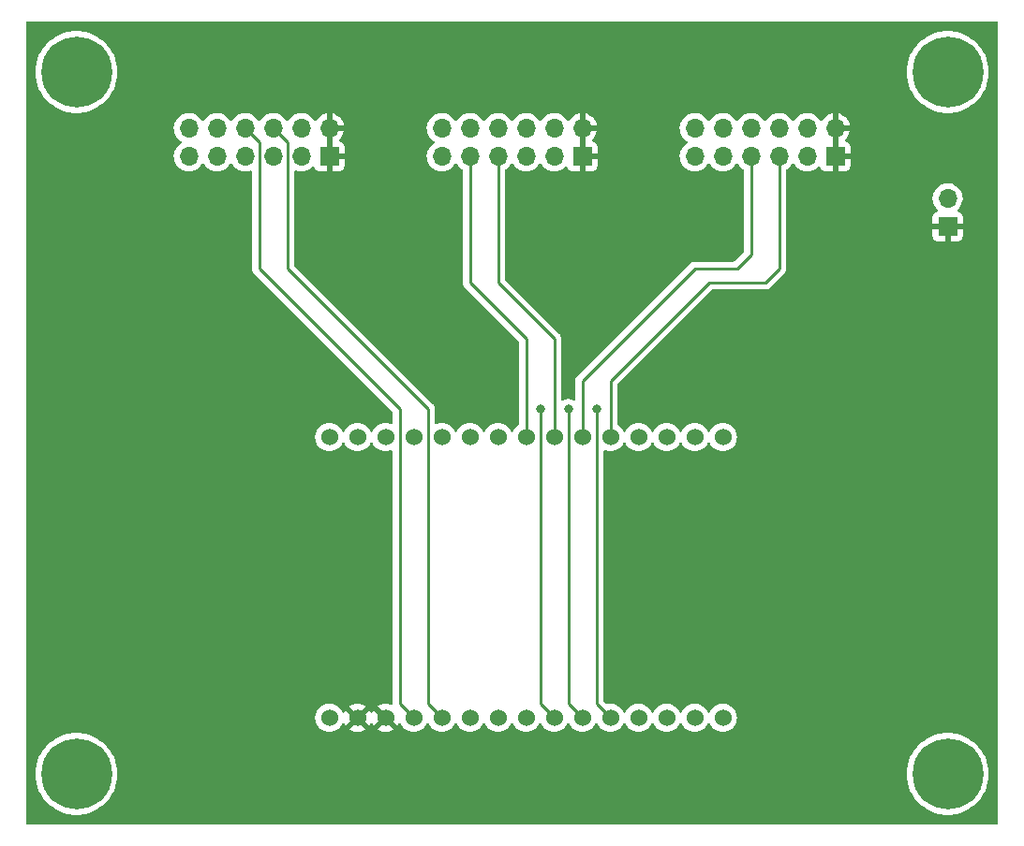
<source format=gbr>
%TF.GenerationSoftware,KiCad,Pcbnew,(6.0.10)*%
%TF.CreationDate,2023-01-05T13:47:07+01:00*%
%TF.ProjectId,pmod_esp32c3_baseboard,706d6f64-5f65-4737-9033-3263335f6261,rev?*%
%TF.SameCoordinates,Original*%
%TF.FileFunction,Copper,L1,Top*%
%TF.FilePolarity,Positive*%
%FSLAX46Y46*%
G04 Gerber Fmt 4.6, Leading zero omitted, Abs format (unit mm)*
G04 Created by KiCad (PCBNEW (6.0.10)) date 2023-01-05 13:47:07*
%MOMM*%
%LPD*%
G01*
G04 APERTURE LIST*
%TA.AperFunction,ComponentPad*%
%ADD10R,1.700000X1.700000*%
%TD*%
%TA.AperFunction,ComponentPad*%
%ADD11O,1.700000X1.700000*%
%TD*%
%TA.AperFunction,ComponentPad*%
%ADD12C,0.800000*%
%TD*%
%TA.AperFunction,ComponentPad*%
%ADD13C,6.400000*%
%TD*%
%TA.AperFunction,ComponentPad*%
%ADD14C,1.524000*%
%TD*%
%TA.AperFunction,ViaPad*%
%ADD15C,0.800000*%
%TD*%
%TA.AperFunction,Conductor*%
%ADD16C,0.250000*%
%TD*%
G04 APERTURE END LIST*
D10*
%TO.P,PMOD2,1,Pin_1*%
%TO.N,VCC*%
X96520000Y-30480000D03*
D11*
%TO.P,PMOD2,2,Pin_2*%
X96520000Y-27940000D03*
%TO.P,PMOD2,3,Pin_3*%
%TO.N,GND*%
X93980000Y-30480000D03*
%TO.P,PMOD2,4,Pin_4*%
X93980000Y-27940000D03*
%TO.P,PMOD2,5,Pin_5*%
%TO.N,PMOD_UART_RTS*%
X91440000Y-30480000D03*
%TO.P,PMOD2,6,Pin_6*%
%TO.N,PMOD_UART_GPIO4*%
X91440000Y-27940000D03*
%TO.P,PMOD2,7,Pin_7*%
%TO.N,PMOD_UART_RXD*%
X88900000Y-30480000D03*
%TO.P,PMOD2,8,Pin_8*%
%TO.N,PMOD_UART_GPIO3*%
X88900000Y-27940000D03*
%TO.P,PMOD2,9,Pin_9*%
%TO.N,PMOD_UART_TXD*%
X86360000Y-30480000D03*
%TO.P,PMOD2,10,Pin_10*%
%TO.N,PMOD_UART_GPIO2_RESET*%
X86360000Y-27940000D03*
%TO.P,PMOD2,11,Pin_11*%
%TO.N,PMOD_UART_CTS*%
X83820000Y-30480000D03*
%TO.P,PMOD2,12,Pin_12*%
%TO.N,PMOD_UART_GPIO1_INT*%
X83820000Y-27940000D03*
%TD*%
D10*
%TO.P,PMOD3,1,Pin_1*%
%TO.N,VCC*%
X119380000Y-30480000D03*
D11*
%TO.P,PMOD3,2,Pin_2*%
X119380000Y-27940000D03*
%TO.P,PMOD3,3,Pin_3*%
%TO.N,GND*%
X116840000Y-30480000D03*
%TO.P,PMOD3,4,Pin_4*%
X116840000Y-27940000D03*
%TO.P,PMOD3,5,Pin_5*%
%TO.N,PMOD_I2C_SDA*%
X114300000Y-30480000D03*
%TO.P,PMOD3,6,Pin_6*%
%TO.N,PMOD_I2C_GPIO4*%
X114300000Y-27940000D03*
%TO.P,PMOD3,7,Pin_7*%
%TO.N,PMOD_I2C_SCL*%
X111760000Y-30480000D03*
%TO.P,PMOD3,8,Pin_8*%
%TO.N,PMOD_I2C_GPIO3*%
X111760000Y-27940000D03*
%TO.P,PMOD3,9,Pin_9*%
%TO.N,PMOD_I2C_RESET*%
X109220000Y-30480000D03*
%TO.P,PMOD3,10,Pin_10*%
%TO.N,PMOD_I2C_GPIO2*%
X109220000Y-27940000D03*
%TO.P,PMOD3,11,Pin_11*%
%TO.N,PMOD_I2C_INT*%
X106680000Y-30480000D03*
%TO.P,PMOD3,12,Pin_12*%
%TO.N,PMOD_I2C_GPIO1*%
X106680000Y-27940000D03*
%TD*%
D10*
%TO.P,PMOD1,1,Pin_1*%
%TO.N,VCC*%
X73660000Y-30480000D03*
D11*
%TO.P,PMOD1,2,Pin_2*%
X73660000Y-27940000D03*
%TO.P,PMOD1,3,Pin_3*%
%TO.N,GND*%
X71120000Y-30480000D03*
%TO.P,PMOD1,4,Pin_4*%
X71120000Y-27940000D03*
%TO.P,PMOD1,5,Pin_5*%
%TO.N,PMOD_SPI_SCK*%
X68580000Y-30480000D03*
%TO.P,PMOD1,6,Pin_6*%
%TO.N,PMOD_SPI_GPIO4_CS3*%
X68580000Y-27940000D03*
%TO.P,PMOD1,7,Pin_7*%
%TO.N,PMOD_SPI_MISO*%
X66040000Y-30480000D03*
%TO.P,PMOD1,8,Pin_8*%
%TO.N,PMOD_SPI_GPIO3_CS2*%
X66040000Y-27940000D03*
%TO.P,PMOD1,9,Pin_9*%
%TO.N,PMOD_SPI_MOSI*%
X63500000Y-30480000D03*
%TO.P,PMOD1,10,Pin_10*%
%TO.N,PMOD_SPI_GPIO2_RESET*%
X63500000Y-27940000D03*
%TO.P,PMOD1,11,Pin_11*%
%TO.N,PMOD_SPI_CS*%
X60960000Y-30480000D03*
%TO.P,PMOD1,12,Pin_12*%
%TO.N,PMOD_SPI_GPIO1_INT*%
X60960000Y-27940000D03*
%TD*%
D12*
%TO.P,H3,1*%
%TO.N,N/C*%
X52497056Y-88057056D03*
X49102944Y-84662944D03*
X50800000Y-83960000D03*
X48400000Y-86360000D03*
X52497056Y-84662944D03*
X49102944Y-88057056D03*
X53200000Y-86360000D03*
D13*
X50800000Y-86360000D03*
D12*
X50800000Y-88760000D03*
%TD*%
%TO.P,H1,1*%
%TO.N,N/C*%
X50800000Y-20460000D03*
X52497056Y-24557056D03*
X50800000Y-25260000D03*
X53200000Y-22860000D03*
X48400000Y-22860000D03*
X52497056Y-21162944D03*
X49102944Y-24557056D03*
D13*
X50800000Y-22860000D03*
D12*
X49102944Y-21162944D03*
%TD*%
D10*
%TO.P,J1,1,Pin_1*%
%TO.N,VCC*%
X129540000Y-36830000D03*
D11*
%TO.P,J1,2,Pin_2*%
%TO.N,GND*%
X129540000Y-34290000D03*
%TD*%
D12*
%TO.P,H4,1*%
%TO.N,N/C*%
X131237056Y-84662944D03*
X127842944Y-88057056D03*
D13*
X129540000Y-86360000D03*
D12*
X127140000Y-86360000D03*
X129540000Y-88760000D03*
X131237056Y-88057056D03*
X127842944Y-84662944D03*
X131940000Y-86360000D03*
X129540000Y-83960000D03*
%TD*%
%TO.P,H2,1*%
%TO.N,N/C*%
X131237056Y-21162944D03*
X131237056Y-24557056D03*
X127842944Y-21162944D03*
D13*
X129540000Y-22860000D03*
D12*
X129540000Y-25260000D03*
X131940000Y-22860000D03*
X129540000Y-20460000D03*
X127140000Y-22860000D03*
X127842944Y-24557056D03*
%TD*%
D14*
%TO.P,U1,1,GND*%
%TO.N,GND*%
X73660000Y-81280000D03*
%TO.P,U1,2,3V3*%
%TO.N,VCC*%
X76200000Y-81280000D03*
%TO.P,U1,3,3V3*%
X78740000Y-81280000D03*
%TO.P,U1,4,2*%
%TO.N,PMOD_SPI_GPIO3_CS2*%
X81280000Y-81280000D03*
%TO.P,U1,5,3*%
%TO.N,PMOD_SPI_GPIO4_CS3*%
X83820000Y-81280000D03*
%TO.P,U1,6,GND*%
%TO.N,GND*%
X86360000Y-81280000D03*
%TO.P,U1,7,R*%
%TO.N,~{RST}*%
X88900000Y-81280000D03*
%TO.P,U1,8,GND*%
%TO.N,GND*%
X91440000Y-81280000D03*
%TO.P,U1,9,0*%
%TO.N,PMOD_SPI_MOSI*%
X93980000Y-81280000D03*
%TO.P,U1,10,1*%
%TO.N,PMOD_SPI_MISO*%
X96520000Y-81280000D03*
%TO.P,U1,11,10*%
%TO.N,PMOD_SPI_SCK*%
X99060000Y-81280000D03*
%TO.P,U1,12,GND*%
%TO.N,GND*%
X101600000Y-81280000D03*
%TO.P,U1,13,5V*%
%TO.N,unconnected-(U1-Pad13)*%
X104140000Y-81280000D03*
%TO.P,U1,14,5V*%
%TO.N,unconnected-(U1-Pad14)*%
X106680000Y-81280000D03*
%TO.P,U1,15,GND*%
%TO.N,GND*%
X109220000Y-81280000D03*
%TO.P,U1,16,GND*%
X109220000Y-55880000D03*
%TO.P,U1,17,USBD+/19*%
%TO.N,unconnected-(U1-Pad17)*%
X106680000Y-55880000D03*
%TO.P,U1,18,USBD-/18*%
%TO.N,unconnected-(U1-Pad18)*%
X104140000Y-55880000D03*
%TO.P,U1,19,GND*%
%TO.N,GND*%
X101600000Y-55880000D03*
%TO.P,U1,20,4*%
%TO.N,PMOD_I2C_SDA*%
X99060000Y-55880000D03*
%TO.P,U1,21,5*%
%TO.N,PMOD_I2C_SCL*%
X96520000Y-55880000D03*
%TO.P,U1,22,6*%
%TO.N,PMOD_UART_RXD*%
X93980000Y-55880000D03*
%TO.P,U1,23,7*%
%TO.N,PMOD_UART_TXD*%
X91440000Y-55880000D03*
%TO.P,U1,24,GND*%
%TO.N,GND*%
X88900000Y-55880000D03*
%TO.P,U1,25,RGB/8*%
%TO.N,unconnected-(U1-Pad25)*%
X86360000Y-55880000D03*
%TO.P,U1,26,9*%
%TO.N,PMOD_SPI_CS*%
X83820000Y-55880000D03*
%TO.P,U1,27,GND*%
%TO.N,GND*%
X81280000Y-55880000D03*
%TO.P,U1,28,RX*%
%TO.N,unconnected-(U1-Pad28)*%
X78740000Y-55880000D03*
%TO.P,U1,29,TX*%
%TO.N,unconnected-(U1-Pad29)*%
X76200000Y-55880000D03*
%TO.P,U1,30,GND*%
%TO.N,GND*%
X73660000Y-55880000D03*
%TD*%
D15*
%TO.N,PMOD_SPI_SCK*%
X97790000Y-53340000D03*
%TO.N,PMOD_SPI_MOSI*%
X92710000Y-53340000D03*
%TO.N,PMOD_SPI_MISO*%
X95250000Y-53340000D03*
%TD*%
D16*
%TO.N,PMOD_UART_RXD*%
X93980000Y-46990000D02*
X88900000Y-41910000D01*
X93980000Y-55880000D02*
X93980000Y-46990000D01*
X88900000Y-41910000D02*
X88900000Y-30480000D01*
%TO.N,PMOD_UART_TXD*%
X91440000Y-46990000D02*
X86360000Y-41910000D01*
X91440000Y-55880000D02*
X91440000Y-46990000D01*
X86360000Y-41910000D02*
X86360000Y-30480000D01*
%TO.N,PMOD_SPI_SCK*%
X97790000Y-80010000D02*
X97790000Y-53340000D01*
X99060000Y-81280000D02*
X97790000Y-80010000D01*
%TO.N,PMOD_SPI_MOSI*%
X92710000Y-80010000D02*
X92710000Y-53340000D01*
X93980000Y-81280000D02*
X92710000Y-80010000D01*
%TO.N,PMOD_SPI_MISO*%
X96520000Y-81280000D02*
X95250000Y-80010000D01*
X95250000Y-80010000D02*
X95250000Y-53340000D01*
%TO.N,PMOD_SPI_GPIO4_CS3*%
X82550000Y-80010000D02*
X82550000Y-53340000D01*
X69850000Y-29210000D02*
X68580000Y-27940000D01*
X83820000Y-81280000D02*
X82550000Y-80010000D01*
X69850000Y-40640000D02*
X69850000Y-29210000D01*
X82550000Y-53340000D02*
X69850000Y-40640000D01*
%TO.N,PMOD_SPI_GPIO3_CS2*%
X67310000Y-29210000D02*
X66040000Y-27940000D01*
X80010000Y-53340000D02*
X67310000Y-40640000D01*
X81280000Y-81280000D02*
X80010000Y-80010000D01*
X67310000Y-40640000D02*
X67310000Y-29210000D01*
X80010000Y-80010000D02*
X80010000Y-53340000D01*
%TO.N,PMOD_I2C_SDA*%
X99060000Y-55880000D02*
X99060000Y-50800000D01*
X99060000Y-50800000D02*
X107950000Y-41910000D01*
X114300000Y-40640000D02*
X114300000Y-30480000D01*
X107950000Y-41910000D02*
X113030000Y-41910000D01*
X113030000Y-41910000D02*
X114300000Y-40640000D01*
%TO.N,PMOD_I2C_SCL*%
X111760000Y-30480000D02*
X111760000Y-39370000D01*
X110490000Y-40640000D02*
X106680000Y-40640000D01*
X96520000Y-50800000D02*
X96520000Y-55880000D01*
X106680000Y-40640000D02*
X96520000Y-50800000D01*
X111760000Y-39370000D02*
X110490000Y-40640000D01*
%TD*%
%TA.AperFunction,Conductor*%
%TO.N,VCC*%
G36*
X134053621Y-18308502D02*
G01*
X134100114Y-18362158D01*
X134111500Y-18414500D01*
X134111500Y-90805500D01*
X134091498Y-90873621D01*
X134037842Y-90920114D01*
X133985500Y-90931500D01*
X46354500Y-90931500D01*
X46286379Y-90911498D01*
X46239886Y-90857842D01*
X46228500Y-90805500D01*
X46228500Y-86360000D01*
X47086411Y-86360000D01*
X47106754Y-86748176D01*
X47167562Y-87132099D01*
X47268167Y-87507562D01*
X47407468Y-87870453D01*
X47583938Y-88216794D01*
X47795643Y-88542793D01*
X48040266Y-88844876D01*
X48315124Y-89119734D01*
X48617207Y-89364357D01*
X48943205Y-89576062D01*
X48946139Y-89577557D01*
X48946146Y-89577561D01*
X49286607Y-89751034D01*
X49289547Y-89752532D01*
X49652438Y-89891833D01*
X50027901Y-89992438D01*
X50231793Y-90024732D01*
X50408576Y-90052732D01*
X50408584Y-90052733D01*
X50411824Y-90053246D01*
X50800000Y-90073589D01*
X51188176Y-90053246D01*
X51191416Y-90052733D01*
X51191424Y-90052732D01*
X51368207Y-90024732D01*
X51572099Y-89992438D01*
X51947562Y-89891833D01*
X52310453Y-89752532D01*
X52313393Y-89751034D01*
X52653854Y-89577561D01*
X52653861Y-89577557D01*
X52656795Y-89576062D01*
X52982793Y-89364357D01*
X53284876Y-89119734D01*
X53559734Y-88844876D01*
X53804357Y-88542793D01*
X54016062Y-88216794D01*
X54192532Y-87870453D01*
X54331833Y-87507562D01*
X54432438Y-87132099D01*
X54493246Y-86748176D01*
X54513589Y-86360000D01*
X125826411Y-86360000D01*
X125846754Y-86748176D01*
X125907562Y-87132099D01*
X126008167Y-87507562D01*
X126147468Y-87870453D01*
X126323938Y-88216794D01*
X126535643Y-88542793D01*
X126780266Y-88844876D01*
X127055124Y-89119734D01*
X127357207Y-89364357D01*
X127683205Y-89576062D01*
X127686139Y-89577557D01*
X127686146Y-89577561D01*
X128026607Y-89751034D01*
X128029547Y-89752532D01*
X128392438Y-89891833D01*
X128767901Y-89992438D01*
X128971793Y-90024732D01*
X129148576Y-90052732D01*
X129148584Y-90052733D01*
X129151824Y-90053246D01*
X129540000Y-90073589D01*
X129928176Y-90053246D01*
X129931416Y-90052733D01*
X129931424Y-90052732D01*
X130108207Y-90024732D01*
X130312099Y-89992438D01*
X130687562Y-89891833D01*
X131050453Y-89752532D01*
X131053393Y-89751034D01*
X131393854Y-89577561D01*
X131393861Y-89577557D01*
X131396795Y-89576062D01*
X131722793Y-89364357D01*
X132024876Y-89119734D01*
X132299734Y-88844876D01*
X132544357Y-88542793D01*
X132756062Y-88216794D01*
X132932532Y-87870453D01*
X133071833Y-87507562D01*
X133172438Y-87132099D01*
X133233246Y-86748176D01*
X133253589Y-86360000D01*
X133233246Y-85971824D01*
X133172438Y-85587901D01*
X133071833Y-85212438D01*
X132932532Y-84849547D01*
X132756062Y-84503206D01*
X132544357Y-84177207D01*
X132299734Y-83875124D01*
X132024876Y-83600266D01*
X131722793Y-83355643D01*
X131396795Y-83143938D01*
X131393861Y-83142443D01*
X131393854Y-83142439D01*
X131053393Y-82968966D01*
X131050453Y-82967468D01*
X130687562Y-82828167D01*
X130312099Y-82727562D01*
X130108207Y-82695268D01*
X129931424Y-82667268D01*
X129931416Y-82667267D01*
X129928176Y-82666754D01*
X129540000Y-82646411D01*
X129151824Y-82666754D01*
X129148584Y-82667267D01*
X129148576Y-82667268D01*
X128971793Y-82695268D01*
X128767901Y-82727562D01*
X128392438Y-82828167D01*
X128029547Y-82967468D01*
X128026607Y-82968966D01*
X127686147Y-83142439D01*
X127686140Y-83142443D01*
X127683206Y-83143938D01*
X127357207Y-83355643D01*
X127055124Y-83600266D01*
X126780266Y-83875124D01*
X126535643Y-84177207D01*
X126323938Y-84503206D01*
X126147468Y-84849547D01*
X126008167Y-85212438D01*
X125907562Y-85587901D01*
X125846754Y-85971824D01*
X125826411Y-86360000D01*
X54513589Y-86360000D01*
X54493246Y-85971824D01*
X54432438Y-85587901D01*
X54331833Y-85212438D01*
X54192532Y-84849547D01*
X54016062Y-84503206D01*
X53804357Y-84177207D01*
X53559734Y-83875124D01*
X53284876Y-83600266D01*
X52982793Y-83355643D01*
X52656795Y-83143938D01*
X52653861Y-83142443D01*
X52653854Y-83142439D01*
X52313393Y-82968966D01*
X52310453Y-82967468D01*
X51947562Y-82828167D01*
X51572099Y-82727562D01*
X51368207Y-82695268D01*
X51191424Y-82667268D01*
X51191416Y-82667267D01*
X51188176Y-82666754D01*
X50800000Y-82646411D01*
X50411824Y-82666754D01*
X50408584Y-82667267D01*
X50408576Y-82667268D01*
X50231793Y-82695268D01*
X50027901Y-82727562D01*
X49652438Y-82828167D01*
X49289547Y-82967468D01*
X49286607Y-82968966D01*
X48946147Y-83142439D01*
X48946140Y-83142443D01*
X48943206Y-83143938D01*
X48617207Y-83355643D01*
X48315124Y-83600266D01*
X48040266Y-83875124D01*
X47795643Y-84177207D01*
X47583938Y-84503206D01*
X47407468Y-84849547D01*
X47268167Y-85212438D01*
X47167562Y-85587901D01*
X47106754Y-85971824D01*
X47086411Y-86360000D01*
X46228500Y-86360000D01*
X46228500Y-81280000D01*
X72384647Y-81280000D01*
X72404022Y-81501463D01*
X72461560Y-81716196D01*
X72463882Y-81721177D01*
X72463883Y-81721178D01*
X72553186Y-81912689D01*
X72553189Y-81912694D01*
X72555512Y-81917676D01*
X72558668Y-81922183D01*
X72558669Y-81922185D01*
X72595107Y-81974223D01*
X72683023Y-82099781D01*
X72840219Y-82256977D01*
X72844727Y-82260134D01*
X72844730Y-82260136D01*
X72920495Y-82313187D01*
X73022323Y-82384488D01*
X73027305Y-82386811D01*
X73027310Y-82386814D01*
X73217810Y-82475645D01*
X73223804Y-82478440D01*
X73229112Y-82479862D01*
X73229114Y-82479863D01*
X73294949Y-82497503D01*
X73438537Y-82535978D01*
X73660000Y-82555353D01*
X73881463Y-82535978D01*
X74025051Y-82497503D01*
X74090886Y-82479863D01*
X74090888Y-82479862D01*
X74096196Y-82478440D01*
X74102190Y-82475645D01*
X74292690Y-82386814D01*
X74292695Y-82386811D01*
X74297677Y-82384488D01*
X74362959Y-82338777D01*
X75505777Y-82338777D01*
X75515074Y-82350793D01*
X75558069Y-82380898D01*
X75567555Y-82386376D01*
X75758993Y-82475645D01*
X75769285Y-82479391D01*
X75973309Y-82534059D01*
X75984104Y-82535962D01*
X76194525Y-82554372D01*
X76205475Y-82554372D01*
X76415896Y-82535962D01*
X76426691Y-82534059D01*
X76630715Y-82479391D01*
X76641007Y-82475645D01*
X76832445Y-82386376D01*
X76841931Y-82380898D01*
X76885764Y-82350207D01*
X76894139Y-82339729D01*
X76893639Y-82338777D01*
X78045777Y-82338777D01*
X78055074Y-82350793D01*
X78098069Y-82380898D01*
X78107555Y-82386376D01*
X78298993Y-82475645D01*
X78309285Y-82479391D01*
X78513309Y-82534059D01*
X78524104Y-82535962D01*
X78734525Y-82554372D01*
X78745475Y-82554372D01*
X78955896Y-82535962D01*
X78966691Y-82534059D01*
X79170715Y-82479391D01*
X79181007Y-82475645D01*
X79372445Y-82386376D01*
X79381931Y-82380898D01*
X79425764Y-82350207D01*
X79434139Y-82339729D01*
X79427071Y-82326281D01*
X78752812Y-81652022D01*
X78738868Y-81644408D01*
X78737035Y-81644539D01*
X78730420Y-81648790D01*
X78052207Y-82327003D01*
X78045777Y-82338777D01*
X76893639Y-82338777D01*
X76887071Y-82326281D01*
X76212812Y-81652022D01*
X76198868Y-81644408D01*
X76197035Y-81644539D01*
X76190420Y-81648790D01*
X75512207Y-82327003D01*
X75505777Y-82338777D01*
X74362959Y-82338777D01*
X74399505Y-82313187D01*
X74475270Y-82260136D01*
X74475273Y-82260134D01*
X74479781Y-82256977D01*
X74636977Y-82099781D01*
X74724894Y-81974223D01*
X74761331Y-81922185D01*
X74761332Y-81922183D01*
X74764488Y-81917676D01*
X74766811Y-81912694D01*
X74766814Y-81912689D01*
X74816081Y-81807035D01*
X74862999Y-81753750D01*
X74931276Y-81734289D01*
X74999236Y-81754831D01*
X75044471Y-81807035D01*
X75093623Y-81912441D01*
X75099103Y-81921932D01*
X75129794Y-81965765D01*
X75140271Y-81974140D01*
X75153718Y-81967072D01*
X75827978Y-81292812D01*
X75834356Y-81281132D01*
X76564408Y-81281132D01*
X76564539Y-81282965D01*
X76568790Y-81289580D01*
X77247003Y-81967793D01*
X77258777Y-81974223D01*
X77270793Y-81964926D01*
X77300897Y-81921932D01*
X77306377Y-81912441D01*
X77355805Y-81806443D01*
X77402722Y-81753158D01*
X77471000Y-81733697D01*
X77538960Y-81754239D01*
X77584195Y-81806443D01*
X77633623Y-81912441D01*
X77639103Y-81921932D01*
X77669794Y-81965765D01*
X77680271Y-81974140D01*
X77693718Y-81967072D01*
X78367978Y-81292812D01*
X78375592Y-81278868D01*
X78375461Y-81277035D01*
X78371210Y-81270420D01*
X77692997Y-80592207D01*
X77681223Y-80585777D01*
X77669207Y-80595074D01*
X77639103Y-80638068D01*
X77633623Y-80647559D01*
X77584195Y-80753557D01*
X77537278Y-80806842D01*
X77469000Y-80826303D01*
X77401040Y-80805761D01*
X77355805Y-80753557D01*
X77306377Y-80647559D01*
X77300897Y-80638068D01*
X77270206Y-80594235D01*
X77259729Y-80585860D01*
X77246282Y-80592928D01*
X76572022Y-81267188D01*
X76564408Y-81281132D01*
X75834356Y-81281132D01*
X75835592Y-81278868D01*
X75835461Y-81277035D01*
X75831210Y-81270420D01*
X75152997Y-80592207D01*
X75141223Y-80585777D01*
X75129207Y-80595074D01*
X75099103Y-80638068D01*
X75093623Y-80647559D01*
X75044471Y-80752965D01*
X74997553Y-80806250D01*
X74929276Y-80825711D01*
X74861316Y-80805169D01*
X74816081Y-80752965D01*
X74766814Y-80647311D01*
X74766811Y-80647306D01*
X74764488Y-80642324D01*
X74761331Y-80637815D01*
X74640136Y-80464730D01*
X74640134Y-80464727D01*
X74636977Y-80460219D01*
X74479781Y-80303023D01*
X74475273Y-80299866D01*
X74475270Y-80299864D01*
X74399505Y-80246813D01*
X74361599Y-80220271D01*
X75505860Y-80220271D01*
X75512928Y-80233718D01*
X76187188Y-80907978D01*
X76201132Y-80915592D01*
X76202965Y-80915461D01*
X76209580Y-80911210D01*
X76887793Y-80232997D01*
X76894223Y-80221223D01*
X76884926Y-80209207D01*
X76841931Y-80179102D01*
X76832445Y-80173624D01*
X76641007Y-80084355D01*
X76630715Y-80080609D01*
X76426691Y-80025941D01*
X76415896Y-80024038D01*
X76205475Y-80005628D01*
X76194525Y-80005628D01*
X75984104Y-80024038D01*
X75973309Y-80025941D01*
X75769285Y-80080609D01*
X75758993Y-80084355D01*
X75567559Y-80173623D01*
X75558068Y-80179103D01*
X75514235Y-80209794D01*
X75505860Y-80220271D01*
X74361599Y-80220271D01*
X74297677Y-80175512D01*
X74292695Y-80173189D01*
X74292690Y-80173186D01*
X74101178Y-80083883D01*
X74101177Y-80083882D01*
X74096196Y-80081560D01*
X74090888Y-80080138D01*
X74090886Y-80080137D01*
X73947930Y-80041832D01*
X73881463Y-80024022D01*
X73660000Y-80004647D01*
X73438537Y-80024022D01*
X73372070Y-80041832D01*
X73229114Y-80080137D01*
X73229112Y-80080138D01*
X73223804Y-80081560D01*
X73218823Y-80083882D01*
X73218822Y-80083883D01*
X73027311Y-80173186D01*
X73027306Y-80173189D01*
X73022324Y-80175512D01*
X73017817Y-80178668D01*
X73017815Y-80178669D01*
X72844730Y-80299864D01*
X72844727Y-80299866D01*
X72840219Y-80303023D01*
X72683023Y-80460219D01*
X72679866Y-80464727D01*
X72679864Y-80464730D01*
X72558669Y-80637815D01*
X72555512Y-80642324D01*
X72553189Y-80647306D01*
X72553186Y-80647311D01*
X72504195Y-80752373D01*
X72461560Y-80843804D01*
X72404022Y-81058537D01*
X72384647Y-81280000D01*
X46228500Y-81280000D01*
X46228500Y-30446695D01*
X59597251Y-30446695D01*
X59610110Y-30669715D01*
X59611247Y-30674761D01*
X59611248Y-30674767D01*
X59625606Y-30738475D01*
X59659222Y-30887639D01*
X59743266Y-31094616D01*
X59794942Y-31178944D01*
X59857291Y-31280688D01*
X59859987Y-31285088D01*
X60006250Y-31453938D01*
X60178126Y-31596632D01*
X60371000Y-31709338D01*
X60579692Y-31789030D01*
X60584760Y-31790061D01*
X60584763Y-31790062D01*
X60663436Y-31806068D01*
X60798597Y-31833567D01*
X60803772Y-31833757D01*
X60803774Y-31833757D01*
X61016673Y-31841564D01*
X61016677Y-31841564D01*
X61021837Y-31841753D01*
X61026957Y-31841097D01*
X61026959Y-31841097D01*
X61238288Y-31814025D01*
X61238289Y-31814025D01*
X61243416Y-31813368D01*
X61267748Y-31806068D01*
X61452429Y-31750661D01*
X61452434Y-31750659D01*
X61457384Y-31749174D01*
X61657994Y-31650896D01*
X61839860Y-31521173D01*
X61998096Y-31363489D01*
X62057594Y-31280689D01*
X62128453Y-31182077D01*
X62129776Y-31183028D01*
X62176645Y-31139857D01*
X62246580Y-31127625D01*
X62312026Y-31155144D01*
X62339875Y-31186994D01*
X62399987Y-31285088D01*
X62546250Y-31453938D01*
X62718126Y-31596632D01*
X62911000Y-31709338D01*
X63119692Y-31789030D01*
X63124760Y-31790061D01*
X63124763Y-31790062D01*
X63203436Y-31806068D01*
X63338597Y-31833567D01*
X63343772Y-31833757D01*
X63343774Y-31833757D01*
X63556673Y-31841564D01*
X63556677Y-31841564D01*
X63561837Y-31841753D01*
X63566957Y-31841097D01*
X63566959Y-31841097D01*
X63778288Y-31814025D01*
X63778289Y-31814025D01*
X63783416Y-31813368D01*
X63807748Y-31806068D01*
X63992429Y-31750661D01*
X63992434Y-31750659D01*
X63997384Y-31749174D01*
X64197994Y-31650896D01*
X64379860Y-31521173D01*
X64538096Y-31363489D01*
X64597594Y-31280689D01*
X64668453Y-31182077D01*
X64669776Y-31183028D01*
X64716645Y-31139857D01*
X64786580Y-31127625D01*
X64852026Y-31155144D01*
X64879875Y-31186994D01*
X64939987Y-31285088D01*
X65086250Y-31453938D01*
X65258126Y-31596632D01*
X65451000Y-31709338D01*
X65659692Y-31789030D01*
X65664760Y-31790061D01*
X65664763Y-31790062D01*
X65743436Y-31806068D01*
X65878597Y-31833567D01*
X65883772Y-31833757D01*
X65883774Y-31833757D01*
X66096673Y-31841564D01*
X66096677Y-31841564D01*
X66101837Y-31841753D01*
X66106957Y-31841097D01*
X66106959Y-31841097D01*
X66318288Y-31814025D01*
X66318289Y-31814025D01*
X66323416Y-31813368D01*
X66388913Y-31793718D01*
X66514292Y-31756102D01*
X66585288Y-31755685D01*
X66645238Y-31793718D01*
X66675110Y-31858124D01*
X66676500Y-31876788D01*
X66676500Y-40561233D01*
X66675973Y-40572416D01*
X66674298Y-40579909D01*
X66674547Y-40587835D01*
X66674547Y-40587836D01*
X66676438Y-40647986D01*
X66676500Y-40651945D01*
X66676500Y-40679856D01*
X66676997Y-40683790D01*
X66676997Y-40683791D01*
X66677005Y-40683856D01*
X66677938Y-40695693D01*
X66679327Y-40739889D01*
X66684978Y-40759339D01*
X66688987Y-40778700D01*
X66691526Y-40798797D01*
X66694445Y-40806168D01*
X66694445Y-40806170D01*
X66707804Y-40839912D01*
X66711649Y-40851142D01*
X66723982Y-40893593D01*
X66728015Y-40900412D01*
X66728017Y-40900417D01*
X66734293Y-40911028D01*
X66742988Y-40928776D01*
X66750448Y-40947617D01*
X66755110Y-40954033D01*
X66755110Y-40954034D01*
X66776436Y-40983387D01*
X66782952Y-40993307D01*
X66799390Y-41021101D01*
X66805458Y-41031362D01*
X66819779Y-41045683D01*
X66832619Y-41060716D01*
X66844528Y-41077107D01*
X66878605Y-41105298D01*
X66887384Y-41113288D01*
X79339595Y-53565499D01*
X79373621Y-53627811D01*
X79376500Y-53654594D01*
X79376500Y-54577183D01*
X79356498Y-54645304D01*
X79302842Y-54691797D01*
X79232568Y-54701901D01*
X79197249Y-54691377D01*
X79181183Y-54683885D01*
X79181178Y-54683883D01*
X79176196Y-54681560D01*
X79170888Y-54680138D01*
X79170886Y-54680137D01*
X79105051Y-54662497D01*
X78961463Y-54624022D01*
X78740000Y-54604647D01*
X78518537Y-54624022D01*
X78374949Y-54662497D01*
X78309114Y-54680137D01*
X78309112Y-54680138D01*
X78303804Y-54681560D01*
X78298823Y-54683882D01*
X78298822Y-54683883D01*
X78107311Y-54773186D01*
X78107306Y-54773189D01*
X78102324Y-54775512D01*
X78097817Y-54778668D01*
X78097815Y-54778669D01*
X77924730Y-54899864D01*
X77924727Y-54899866D01*
X77920219Y-54903023D01*
X77763023Y-55060219D01*
X77635512Y-55242324D01*
X77633189Y-55247306D01*
X77633186Y-55247311D01*
X77584195Y-55352373D01*
X77537277Y-55405658D01*
X77469000Y-55425119D01*
X77401040Y-55404577D01*
X77355805Y-55352373D01*
X77306814Y-55247311D01*
X77306811Y-55247306D01*
X77304488Y-55242324D01*
X77176977Y-55060219D01*
X77019781Y-54903023D01*
X77015273Y-54899866D01*
X77015270Y-54899864D01*
X76887229Y-54810209D01*
X76837677Y-54775512D01*
X76832695Y-54773189D01*
X76832690Y-54773186D01*
X76641178Y-54683883D01*
X76641177Y-54683882D01*
X76636196Y-54681560D01*
X76630888Y-54680138D01*
X76630886Y-54680137D01*
X76565051Y-54662497D01*
X76421463Y-54624022D01*
X76200000Y-54604647D01*
X75978537Y-54624022D01*
X75834949Y-54662497D01*
X75769114Y-54680137D01*
X75769112Y-54680138D01*
X75763804Y-54681560D01*
X75758823Y-54683882D01*
X75758822Y-54683883D01*
X75567311Y-54773186D01*
X75567306Y-54773189D01*
X75562324Y-54775512D01*
X75557817Y-54778668D01*
X75557815Y-54778669D01*
X75384730Y-54899864D01*
X75384727Y-54899866D01*
X75380219Y-54903023D01*
X75223023Y-55060219D01*
X75095512Y-55242324D01*
X75093189Y-55247306D01*
X75093186Y-55247311D01*
X75044195Y-55352373D01*
X74997277Y-55405658D01*
X74929000Y-55425119D01*
X74861040Y-55404577D01*
X74815805Y-55352373D01*
X74766814Y-55247311D01*
X74766811Y-55247306D01*
X74764488Y-55242324D01*
X74636977Y-55060219D01*
X74479781Y-54903023D01*
X74475273Y-54899866D01*
X74475270Y-54899864D01*
X74347229Y-54810209D01*
X74297677Y-54775512D01*
X74292695Y-54773189D01*
X74292690Y-54773186D01*
X74101178Y-54683883D01*
X74101177Y-54683882D01*
X74096196Y-54681560D01*
X74090888Y-54680138D01*
X74090886Y-54680137D01*
X74025051Y-54662497D01*
X73881463Y-54624022D01*
X73660000Y-54604647D01*
X73438537Y-54624022D01*
X73294949Y-54662497D01*
X73229114Y-54680137D01*
X73229112Y-54680138D01*
X73223804Y-54681560D01*
X73218823Y-54683882D01*
X73218822Y-54683883D01*
X73027311Y-54773186D01*
X73027306Y-54773189D01*
X73022324Y-54775512D01*
X73017817Y-54778668D01*
X73017815Y-54778669D01*
X72844730Y-54899864D01*
X72844727Y-54899866D01*
X72840219Y-54903023D01*
X72683023Y-55060219D01*
X72555512Y-55242324D01*
X72553189Y-55247306D01*
X72553186Y-55247311D01*
X72504195Y-55352373D01*
X72461560Y-55443804D01*
X72404022Y-55658537D01*
X72384647Y-55880000D01*
X72404022Y-56101463D01*
X72461560Y-56316196D01*
X72463882Y-56321177D01*
X72463883Y-56321178D01*
X72553186Y-56512689D01*
X72553189Y-56512694D01*
X72555512Y-56517676D01*
X72683023Y-56699781D01*
X72840219Y-56856977D01*
X72844727Y-56860134D01*
X72844730Y-56860136D01*
X72920495Y-56913187D01*
X73022323Y-56984488D01*
X73027305Y-56986811D01*
X73027310Y-56986814D01*
X73202751Y-57068623D01*
X73223804Y-57078440D01*
X73229112Y-57079862D01*
X73229114Y-57079863D01*
X73255526Y-57086940D01*
X73438537Y-57135978D01*
X73660000Y-57155353D01*
X73881463Y-57135978D01*
X74064474Y-57086940D01*
X74090886Y-57079863D01*
X74090888Y-57079862D01*
X74096196Y-57078440D01*
X74117249Y-57068623D01*
X74292690Y-56986814D01*
X74292695Y-56986811D01*
X74297677Y-56984488D01*
X74399505Y-56913187D01*
X74475270Y-56860136D01*
X74475273Y-56860134D01*
X74479781Y-56856977D01*
X74636977Y-56699781D01*
X74764488Y-56517676D01*
X74766811Y-56512694D01*
X74766814Y-56512689D01*
X74815805Y-56407627D01*
X74862723Y-56354342D01*
X74931000Y-56334881D01*
X74998960Y-56355423D01*
X75044195Y-56407627D01*
X75093186Y-56512689D01*
X75093189Y-56512694D01*
X75095512Y-56517676D01*
X75223023Y-56699781D01*
X75380219Y-56856977D01*
X75384727Y-56860134D01*
X75384730Y-56860136D01*
X75460495Y-56913187D01*
X75562323Y-56984488D01*
X75567305Y-56986811D01*
X75567310Y-56986814D01*
X75742751Y-57068623D01*
X75763804Y-57078440D01*
X75769112Y-57079862D01*
X75769114Y-57079863D01*
X75795526Y-57086940D01*
X75978537Y-57135978D01*
X76200000Y-57155353D01*
X76421463Y-57135978D01*
X76604474Y-57086940D01*
X76630886Y-57079863D01*
X76630888Y-57079862D01*
X76636196Y-57078440D01*
X76657249Y-57068623D01*
X76832690Y-56986814D01*
X76832695Y-56986811D01*
X76837677Y-56984488D01*
X76939505Y-56913187D01*
X77015270Y-56860136D01*
X77015273Y-56860134D01*
X77019781Y-56856977D01*
X77176977Y-56699781D01*
X77304488Y-56517676D01*
X77306811Y-56512694D01*
X77306814Y-56512689D01*
X77355805Y-56407627D01*
X77402723Y-56354342D01*
X77471000Y-56334881D01*
X77538960Y-56355423D01*
X77584195Y-56407627D01*
X77633186Y-56512689D01*
X77633189Y-56512694D01*
X77635512Y-56517676D01*
X77763023Y-56699781D01*
X77920219Y-56856977D01*
X77924727Y-56860134D01*
X77924730Y-56860136D01*
X78000495Y-56913187D01*
X78102323Y-56984488D01*
X78107305Y-56986811D01*
X78107310Y-56986814D01*
X78282751Y-57068623D01*
X78303804Y-57078440D01*
X78309112Y-57079862D01*
X78309114Y-57079863D01*
X78335526Y-57086940D01*
X78518537Y-57135978D01*
X78740000Y-57155353D01*
X78961463Y-57135978D01*
X79144474Y-57086940D01*
X79170886Y-57079863D01*
X79170888Y-57079862D01*
X79176196Y-57078440D01*
X79181178Y-57076117D01*
X79181183Y-57076115D01*
X79197249Y-57068623D01*
X79267440Y-57057961D01*
X79332253Y-57086940D01*
X79371110Y-57146359D01*
X79376500Y-57182817D01*
X79376500Y-79931233D01*
X79375973Y-79942416D01*
X79374298Y-79949909D01*
X79374547Y-79957833D01*
X79374547Y-79957834D01*
X79375028Y-79973116D01*
X79357177Y-80041832D01*
X79305010Y-80089988D01*
X79235088Y-80102297D01*
X79195840Y-80091272D01*
X79181007Y-80084355D01*
X79170715Y-80080609D01*
X78966691Y-80025941D01*
X78955896Y-80024038D01*
X78745475Y-80005628D01*
X78734525Y-80005628D01*
X78524104Y-80024038D01*
X78513309Y-80025941D01*
X78309285Y-80080609D01*
X78298993Y-80084355D01*
X78107559Y-80173623D01*
X78098068Y-80179103D01*
X78054235Y-80209794D01*
X78045860Y-80220271D01*
X78052928Y-80233718D01*
X79787003Y-81967793D01*
X79798777Y-81974223D01*
X79810793Y-81964926D01*
X79840897Y-81921932D01*
X79846377Y-81912441D01*
X79895529Y-81807035D01*
X79942447Y-81753750D01*
X80010724Y-81734289D01*
X80078684Y-81754831D01*
X80123919Y-81807035D01*
X80173186Y-81912689D01*
X80173189Y-81912694D01*
X80175512Y-81917676D01*
X80178668Y-81922183D01*
X80178669Y-81922185D01*
X80215107Y-81974223D01*
X80303023Y-82099781D01*
X80460219Y-82256977D01*
X80464727Y-82260134D01*
X80464730Y-82260136D01*
X80540495Y-82313187D01*
X80642323Y-82384488D01*
X80647305Y-82386811D01*
X80647310Y-82386814D01*
X80837810Y-82475645D01*
X80843804Y-82478440D01*
X80849112Y-82479862D01*
X80849114Y-82479863D01*
X80914949Y-82497503D01*
X81058537Y-82535978D01*
X81280000Y-82555353D01*
X81501463Y-82535978D01*
X81645051Y-82497503D01*
X81710886Y-82479863D01*
X81710888Y-82479862D01*
X81716196Y-82478440D01*
X81722190Y-82475645D01*
X81912690Y-82386814D01*
X81912695Y-82386811D01*
X81917677Y-82384488D01*
X82019505Y-82313187D01*
X82095270Y-82260136D01*
X82095273Y-82260134D01*
X82099781Y-82256977D01*
X82256977Y-82099781D01*
X82344894Y-81974223D01*
X82381331Y-81922185D01*
X82381332Y-81922183D01*
X82384488Y-81917676D01*
X82386811Y-81912694D01*
X82386814Y-81912689D01*
X82435805Y-81807627D01*
X82482723Y-81754342D01*
X82551000Y-81734881D01*
X82618960Y-81755423D01*
X82664195Y-81807627D01*
X82713186Y-81912689D01*
X82713189Y-81912694D01*
X82715512Y-81917676D01*
X82718668Y-81922183D01*
X82718669Y-81922185D01*
X82755107Y-81974223D01*
X82843023Y-82099781D01*
X83000219Y-82256977D01*
X83004727Y-82260134D01*
X83004730Y-82260136D01*
X83080495Y-82313187D01*
X83182323Y-82384488D01*
X83187305Y-82386811D01*
X83187310Y-82386814D01*
X83377810Y-82475645D01*
X83383804Y-82478440D01*
X83389112Y-82479862D01*
X83389114Y-82479863D01*
X83454949Y-82497503D01*
X83598537Y-82535978D01*
X83820000Y-82555353D01*
X84041463Y-82535978D01*
X84185051Y-82497503D01*
X84250886Y-82479863D01*
X84250888Y-82479862D01*
X84256196Y-82478440D01*
X84262190Y-82475645D01*
X84452690Y-82386814D01*
X84452695Y-82386811D01*
X84457677Y-82384488D01*
X84559505Y-82313187D01*
X84635270Y-82260136D01*
X84635273Y-82260134D01*
X84639781Y-82256977D01*
X84796977Y-82099781D01*
X84884894Y-81974223D01*
X84921331Y-81922185D01*
X84921332Y-81922183D01*
X84924488Y-81917676D01*
X84926811Y-81912694D01*
X84926814Y-81912689D01*
X84975805Y-81807627D01*
X85022723Y-81754342D01*
X85091000Y-81734881D01*
X85158960Y-81755423D01*
X85204195Y-81807627D01*
X85253186Y-81912689D01*
X85253189Y-81912694D01*
X85255512Y-81917676D01*
X85258668Y-81922183D01*
X85258669Y-81922185D01*
X85295107Y-81974223D01*
X85383023Y-82099781D01*
X85540219Y-82256977D01*
X85544727Y-82260134D01*
X85544730Y-82260136D01*
X85620495Y-82313187D01*
X85722323Y-82384488D01*
X85727305Y-82386811D01*
X85727310Y-82386814D01*
X85917810Y-82475645D01*
X85923804Y-82478440D01*
X85929112Y-82479862D01*
X85929114Y-82479863D01*
X85994949Y-82497503D01*
X86138537Y-82535978D01*
X86360000Y-82555353D01*
X86581463Y-82535978D01*
X86725051Y-82497503D01*
X86790886Y-82479863D01*
X86790888Y-82479862D01*
X86796196Y-82478440D01*
X86802190Y-82475645D01*
X86992690Y-82386814D01*
X86992695Y-82386811D01*
X86997677Y-82384488D01*
X87099505Y-82313187D01*
X87175270Y-82260136D01*
X87175273Y-82260134D01*
X87179781Y-82256977D01*
X87336977Y-82099781D01*
X87424894Y-81974223D01*
X87461331Y-81922185D01*
X87461332Y-81922183D01*
X87464488Y-81917676D01*
X87466811Y-81912694D01*
X87466814Y-81912689D01*
X87515805Y-81807627D01*
X87562723Y-81754342D01*
X87631000Y-81734881D01*
X87698960Y-81755423D01*
X87744195Y-81807627D01*
X87793186Y-81912689D01*
X87793189Y-81912694D01*
X87795512Y-81917676D01*
X87798668Y-81922183D01*
X87798669Y-81922185D01*
X87835107Y-81974223D01*
X87923023Y-82099781D01*
X88080219Y-82256977D01*
X88084727Y-82260134D01*
X88084730Y-82260136D01*
X88160495Y-82313187D01*
X88262323Y-82384488D01*
X88267305Y-82386811D01*
X88267310Y-82386814D01*
X88457810Y-82475645D01*
X88463804Y-82478440D01*
X88469112Y-82479862D01*
X88469114Y-82479863D01*
X88534949Y-82497503D01*
X88678537Y-82535978D01*
X88900000Y-82555353D01*
X89121463Y-82535978D01*
X89265051Y-82497503D01*
X89330886Y-82479863D01*
X89330888Y-82479862D01*
X89336196Y-82478440D01*
X89342190Y-82475645D01*
X89532690Y-82386814D01*
X89532695Y-82386811D01*
X89537677Y-82384488D01*
X89639505Y-82313187D01*
X89715270Y-82260136D01*
X89715273Y-82260134D01*
X89719781Y-82256977D01*
X89876977Y-82099781D01*
X89964894Y-81974223D01*
X90001331Y-81922185D01*
X90001332Y-81922183D01*
X90004488Y-81917676D01*
X90006811Y-81912694D01*
X90006814Y-81912689D01*
X90055805Y-81807627D01*
X90102723Y-81754342D01*
X90171000Y-81734881D01*
X90238960Y-81755423D01*
X90284195Y-81807627D01*
X90333186Y-81912689D01*
X90333189Y-81912694D01*
X90335512Y-81917676D01*
X90338668Y-81922183D01*
X90338669Y-81922185D01*
X90375107Y-81974223D01*
X90463023Y-82099781D01*
X90620219Y-82256977D01*
X90624727Y-82260134D01*
X90624730Y-82260136D01*
X90700495Y-82313187D01*
X90802323Y-82384488D01*
X90807305Y-82386811D01*
X90807310Y-82386814D01*
X90997810Y-82475645D01*
X91003804Y-82478440D01*
X91009112Y-82479862D01*
X91009114Y-82479863D01*
X91074949Y-82497503D01*
X91218537Y-82535978D01*
X91440000Y-82555353D01*
X91661463Y-82535978D01*
X91805051Y-82497503D01*
X91870886Y-82479863D01*
X91870888Y-82479862D01*
X91876196Y-82478440D01*
X91882190Y-82475645D01*
X92072690Y-82386814D01*
X92072695Y-82386811D01*
X92077677Y-82384488D01*
X92179505Y-82313187D01*
X92255270Y-82260136D01*
X92255273Y-82260134D01*
X92259781Y-82256977D01*
X92416977Y-82099781D01*
X92504894Y-81974223D01*
X92541331Y-81922185D01*
X92541332Y-81922183D01*
X92544488Y-81917676D01*
X92546811Y-81912694D01*
X92546814Y-81912689D01*
X92595805Y-81807627D01*
X92642723Y-81754342D01*
X92711000Y-81734881D01*
X92778960Y-81755423D01*
X92824195Y-81807627D01*
X92873186Y-81912689D01*
X92873189Y-81912694D01*
X92875512Y-81917676D01*
X92878668Y-81922183D01*
X92878669Y-81922185D01*
X92915107Y-81974223D01*
X93003023Y-82099781D01*
X93160219Y-82256977D01*
X93164727Y-82260134D01*
X93164730Y-82260136D01*
X93240495Y-82313187D01*
X93342323Y-82384488D01*
X93347305Y-82386811D01*
X93347310Y-82386814D01*
X93537810Y-82475645D01*
X93543804Y-82478440D01*
X93549112Y-82479862D01*
X93549114Y-82479863D01*
X93614949Y-82497503D01*
X93758537Y-82535978D01*
X93980000Y-82555353D01*
X94201463Y-82535978D01*
X94345051Y-82497503D01*
X94410886Y-82479863D01*
X94410888Y-82479862D01*
X94416196Y-82478440D01*
X94422190Y-82475645D01*
X94612690Y-82386814D01*
X94612695Y-82386811D01*
X94617677Y-82384488D01*
X94719505Y-82313187D01*
X94795270Y-82260136D01*
X94795273Y-82260134D01*
X94799781Y-82256977D01*
X94956977Y-82099781D01*
X95044894Y-81974223D01*
X95081331Y-81922185D01*
X95081332Y-81922183D01*
X95084488Y-81917676D01*
X95086811Y-81912694D01*
X95086814Y-81912689D01*
X95135805Y-81807627D01*
X95182723Y-81754342D01*
X95251000Y-81734881D01*
X95318960Y-81755423D01*
X95364195Y-81807627D01*
X95413186Y-81912689D01*
X95413189Y-81912694D01*
X95415512Y-81917676D01*
X95418668Y-81922183D01*
X95418669Y-81922185D01*
X95455107Y-81974223D01*
X95543023Y-82099781D01*
X95700219Y-82256977D01*
X95704727Y-82260134D01*
X95704730Y-82260136D01*
X95780495Y-82313187D01*
X95882323Y-82384488D01*
X95887305Y-82386811D01*
X95887310Y-82386814D01*
X96077810Y-82475645D01*
X96083804Y-82478440D01*
X96089112Y-82479862D01*
X96089114Y-82479863D01*
X96154949Y-82497503D01*
X96298537Y-82535978D01*
X96520000Y-82555353D01*
X96741463Y-82535978D01*
X96885051Y-82497503D01*
X96950886Y-82479863D01*
X96950888Y-82479862D01*
X96956196Y-82478440D01*
X96962190Y-82475645D01*
X97152690Y-82386814D01*
X97152695Y-82386811D01*
X97157677Y-82384488D01*
X97259505Y-82313187D01*
X97335270Y-82260136D01*
X97335273Y-82260134D01*
X97339781Y-82256977D01*
X97496977Y-82099781D01*
X97584894Y-81974223D01*
X97621331Y-81922185D01*
X97621332Y-81922183D01*
X97624488Y-81917676D01*
X97626811Y-81912694D01*
X97626814Y-81912689D01*
X97675805Y-81807627D01*
X97722723Y-81754342D01*
X97791000Y-81734881D01*
X97858960Y-81755423D01*
X97904195Y-81807627D01*
X97953186Y-81912689D01*
X97953189Y-81912694D01*
X97955512Y-81917676D01*
X97958668Y-81922183D01*
X97958669Y-81922185D01*
X97995107Y-81974223D01*
X98083023Y-82099781D01*
X98240219Y-82256977D01*
X98244727Y-82260134D01*
X98244730Y-82260136D01*
X98320495Y-82313187D01*
X98422323Y-82384488D01*
X98427305Y-82386811D01*
X98427310Y-82386814D01*
X98617810Y-82475645D01*
X98623804Y-82478440D01*
X98629112Y-82479862D01*
X98629114Y-82479863D01*
X98694949Y-82497503D01*
X98838537Y-82535978D01*
X99060000Y-82555353D01*
X99281463Y-82535978D01*
X99425051Y-82497503D01*
X99490886Y-82479863D01*
X99490888Y-82479862D01*
X99496196Y-82478440D01*
X99502190Y-82475645D01*
X99692690Y-82386814D01*
X99692695Y-82386811D01*
X99697677Y-82384488D01*
X99799505Y-82313187D01*
X99875270Y-82260136D01*
X99875273Y-82260134D01*
X99879781Y-82256977D01*
X100036977Y-82099781D01*
X100124894Y-81974223D01*
X100161331Y-81922185D01*
X100161332Y-81922183D01*
X100164488Y-81917676D01*
X100166811Y-81912694D01*
X100166814Y-81912689D01*
X100215805Y-81807627D01*
X100262723Y-81754342D01*
X100331000Y-81734881D01*
X100398960Y-81755423D01*
X100444195Y-81807627D01*
X100493186Y-81912689D01*
X100493189Y-81912694D01*
X100495512Y-81917676D01*
X100498668Y-81922183D01*
X100498669Y-81922185D01*
X100535107Y-81974223D01*
X100623023Y-82099781D01*
X100780219Y-82256977D01*
X100784727Y-82260134D01*
X100784730Y-82260136D01*
X100860495Y-82313187D01*
X100962323Y-82384488D01*
X100967305Y-82386811D01*
X100967310Y-82386814D01*
X101157810Y-82475645D01*
X101163804Y-82478440D01*
X101169112Y-82479862D01*
X101169114Y-82479863D01*
X101234949Y-82497503D01*
X101378537Y-82535978D01*
X101600000Y-82555353D01*
X101821463Y-82535978D01*
X101965051Y-82497503D01*
X102030886Y-82479863D01*
X102030888Y-82479862D01*
X102036196Y-82478440D01*
X102042190Y-82475645D01*
X102232690Y-82386814D01*
X102232695Y-82386811D01*
X102237677Y-82384488D01*
X102339505Y-82313187D01*
X102415270Y-82260136D01*
X102415273Y-82260134D01*
X102419781Y-82256977D01*
X102576977Y-82099781D01*
X102664894Y-81974223D01*
X102701331Y-81922185D01*
X102701332Y-81922183D01*
X102704488Y-81917676D01*
X102706811Y-81912694D01*
X102706814Y-81912689D01*
X102755805Y-81807627D01*
X102802723Y-81754342D01*
X102871000Y-81734881D01*
X102938960Y-81755423D01*
X102984195Y-81807627D01*
X103033186Y-81912689D01*
X103033189Y-81912694D01*
X103035512Y-81917676D01*
X103038668Y-81922183D01*
X103038669Y-81922185D01*
X103075107Y-81974223D01*
X103163023Y-82099781D01*
X103320219Y-82256977D01*
X103324727Y-82260134D01*
X103324730Y-82260136D01*
X103400495Y-82313187D01*
X103502323Y-82384488D01*
X103507305Y-82386811D01*
X103507310Y-82386814D01*
X103697810Y-82475645D01*
X103703804Y-82478440D01*
X103709112Y-82479862D01*
X103709114Y-82479863D01*
X103774949Y-82497503D01*
X103918537Y-82535978D01*
X104140000Y-82555353D01*
X104361463Y-82535978D01*
X104505051Y-82497503D01*
X104570886Y-82479863D01*
X104570888Y-82479862D01*
X104576196Y-82478440D01*
X104582190Y-82475645D01*
X104772690Y-82386814D01*
X104772695Y-82386811D01*
X104777677Y-82384488D01*
X104879505Y-82313187D01*
X104955270Y-82260136D01*
X104955273Y-82260134D01*
X104959781Y-82256977D01*
X105116977Y-82099781D01*
X105204894Y-81974223D01*
X105241331Y-81922185D01*
X105241332Y-81922183D01*
X105244488Y-81917676D01*
X105246811Y-81912694D01*
X105246814Y-81912689D01*
X105295805Y-81807627D01*
X105342723Y-81754342D01*
X105411000Y-81734881D01*
X105478960Y-81755423D01*
X105524195Y-81807627D01*
X105573186Y-81912689D01*
X105573189Y-81912694D01*
X105575512Y-81917676D01*
X105578668Y-81922183D01*
X105578669Y-81922185D01*
X105615107Y-81974223D01*
X105703023Y-82099781D01*
X105860219Y-82256977D01*
X105864727Y-82260134D01*
X105864730Y-82260136D01*
X105940495Y-82313187D01*
X106042323Y-82384488D01*
X106047305Y-82386811D01*
X106047310Y-82386814D01*
X106237810Y-82475645D01*
X106243804Y-82478440D01*
X106249112Y-82479862D01*
X106249114Y-82479863D01*
X106314949Y-82497503D01*
X106458537Y-82535978D01*
X106680000Y-82555353D01*
X106901463Y-82535978D01*
X107045051Y-82497503D01*
X107110886Y-82479863D01*
X107110888Y-82479862D01*
X107116196Y-82478440D01*
X107122190Y-82475645D01*
X107312690Y-82386814D01*
X107312695Y-82386811D01*
X107317677Y-82384488D01*
X107419505Y-82313187D01*
X107495270Y-82260136D01*
X107495273Y-82260134D01*
X107499781Y-82256977D01*
X107656977Y-82099781D01*
X107744894Y-81974223D01*
X107781331Y-81922185D01*
X107781332Y-81922183D01*
X107784488Y-81917676D01*
X107786811Y-81912694D01*
X107786814Y-81912689D01*
X107835805Y-81807627D01*
X107882723Y-81754342D01*
X107951000Y-81734881D01*
X108018960Y-81755423D01*
X108064195Y-81807627D01*
X108113186Y-81912689D01*
X108113189Y-81912694D01*
X108115512Y-81917676D01*
X108118668Y-81922183D01*
X108118669Y-81922185D01*
X108155107Y-81974223D01*
X108243023Y-82099781D01*
X108400219Y-82256977D01*
X108404727Y-82260134D01*
X108404730Y-82260136D01*
X108480495Y-82313187D01*
X108582323Y-82384488D01*
X108587305Y-82386811D01*
X108587310Y-82386814D01*
X108777810Y-82475645D01*
X108783804Y-82478440D01*
X108789112Y-82479862D01*
X108789114Y-82479863D01*
X108854949Y-82497503D01*
X108998537Y-82535978D01*
X109220000Y-82555353D01*
X109441463Y-82535978D01*
X109585051Y-82497503D01*
X109650886Y-82479863D01*
X109650888Y-82479862D01*
X109656196Y-82478440D01*
X109662190Y-82475645D01*
X109852690Y-82386814D01*
X109852695Y-82386811D01*
X109857677Y-82384488D01*
X109959505Y-82313187D01*
X110035270Y-82260136D01*
X110035273Y-82260134D01*
X110039781Y-82256977D01*
X110196977Y-82099781D01*
X110284894Y-81974223D01*
X110321331Y-81922185D01*
X110321332Y-81922183D01*
X110324488Y-81917676D01*
X110326811Y-81912694D01*
X110326814Y-81912689D01*
X110416117Y-81721178D01*
X110416118Y-81721177D01*
X110418440Y-81716196D01*
X110475978Y-81501463D01*
X110495353Y-81280000D01*
X110475978Y-81058537D01*
X110418440Y-80843804D01*
X110375805Y-80752373D01*
X110326814Y-80647311D01*
X110326811Y-80647306D01*
X110324488Y-80642324D01*
X110321331Y-80637815D01*
X110200136Y-80464730D01*
X110200134Y-80464727D01*
X110196977Y-80460219D01*
X110039781Y-80303023D01*
X110035273Y-80299866D01*
X110035270Y-80299864D01*
X109959505Y-80246813D01*
X109857677Y-80175512D01*
X109852695Y-80173189D01*
X109852690Y-80173186D01*
X109661178Y-80083883D01*
X109661177Y-80083882D01*
X109656196Y-80081560D01*
X109650888Y-80080138D01*
X109650886Y-80080137D01*
X109507930Y-80041832D01*
X109441463Y-80024022D01*
X109220000Y-80004647D01*
X108998537Y-80024022D01*
X108932070Y-80041832D01*
X108789114Y-80080137D01*
X108789112Y-80080138D01*
X108783804Y-80081560D01*
X108778823Y-80083882D01*
X108778822Y-80083883D01*
X108587311Y-80173186D01*
X108587306Y-80173189D01*
X108582324Y-80175512D01*
X108577817Y-80178668D01*
X108577815Y-80178669D01*
X108404730Y-80299864D01*
X108404727Y-80299866D01*
X108400219Y-80303023D01*
X108243023Y-80460219D01*
X108239866Y-80464727D01*
X108239864Y-80464730D01*
X108118669Y-80637815D01*
X108115512Y-80642324D01*
X108113189Y-80647306D01*
X108113186Y-80647311D01*
X108064195Y-80752373D01*
X108017277Y-80805658D01*
X107949000Y-80825119D01*
X107881040Y-80804577D01*
X107835805Y-80752373D01*
X107786814Y-80647311D01*
X107786811Y-80647306D01*
X107784488Y-80642324D01*
X107781331Y-80637815D01*
X107660136Y-80464730D01*
X107660134Y-80464727D01*
X107656977Y-80460219D01*
X107499781Y-80303023D01*
X107495273Y-80299866D01*
X107495270Y-80299864D01*
X107419505Y-80246813D01*
X107317677Y-80175512D01*
X107312695Y-80173189D01*
X107312690Y-80173186D01*
X107121178Y-80083883D01*
X107121177Y-80083882D01*
X107116196Y-80081560D01*
X107110888Y-80080138D01*
X107110886Y-80080137D01*
X106967930Y-80041832D01*
X106901463Y-80024022D01*
X106680000Y-80004647D01*
X106458537Y-80024022D01*
X106392070Y-80041832D01*
X106249114Y-80080137D01*
X106249112Y-80080138D01*
X106243804Y-80081560D01*
X106238823Y-80083882D01*
X106238822Y-80083883D01*
X106047311Y-80173186D01*
X106047306Y-80173189D01*
X106042324Y-80175512D01*
X106037817Y-80178668D01*
X106037815Y-80178669D01*
X105864730Y-80299864D01*
X105864727Y-80299866D01*
X105860219Y-80303023D01*
X105703023Y-80460219D01*
X105699866Y-80464727D01*
X105699864Y-80464730D01*
X105578669Y-80637815D01*
X105575512Y-80642324D01*
X105573189Y-80647306D01*
X105573186Y-80647311D01*
X105524195Y-80752373D01*
X105477277Y-80805658D01*
X105409000Y-80825119D01*
X105341040Y-80804577D01*
X105295805Y-80752373D01*
X105246814Y-80647311D01*
X105246811Y-80647306D01*
X105244488Y-80642324D01*
X105241331Y-80637815D01*
X105120136Y-80464730D01*
X105120134Y-80464727D01*
X105116977Y-80460219D01*
X104959781Y-80303023D01*
X104955273Y-80299866D01*
X104955270Y-80299864D01*
X104879505Y-80246813D01*
X104777677Y-80175512D01*
X104772695Y-80173189D01*
X104772690Y-80173186D01*
X104581178Y-80083883D01*
X104581177Y-80083882D01*
X104576196Y-80081560D01*
X104570888Y-80080138D01*
X104570886Y-80080137D01*
X104427930Y-80041832D01*
X104361463Y-80024022D01*
X104140000Y-80004647D01*
X103918537Y-80024022D01*
X103852070Y-80041832D01*
X103709114Y-80080137D01*
X103709112Y-80080138D01*
X103703804Y-80081560D01*
X103698823Y-80083882D01*
X103698822Y-80083883D01*
X103507311Y-80173186D01*
X103507306Y-80173189D01*
X103502324Y-80175512D01*
X103497817Y-80178668D01*
X103497815Y-80178669D01*
X103324730Y-80299864D01*
X103324727Y-80299866D01*
X103320219Y-80303023D01*
X103163023Y-80460219D01*
X103159866Y-80464727D01*
X103159864Y-80464730D01*
X103038669Y-80637815D01*
X103035512Y-80642324D01*
X103033189Y-80647306D01*
X103033186Y-80647311D01*
X102984195Y-80752373D01*
X102937277Y-80805658D01*
X102869000Y-80825119D01*
X102801040Y-80804577D01*
X102755805Y-80752373D01*
X102706814Y-80647311D01*
X102706811Y-80647306D01*
X102704488Y-80642324D01*
X102701331Y-80637815D01*
X102580136Y-80464730D01*
X102580134Y-80464727D01*
X102576977Y-80460219D01*
X102419781Y-80303023D01*
X102415273Y-80299866D01*
X102415270Y-80299864D01*
X102339505Y-80246813D01*
X102237677Y-80175512D01*
X102232695Y-80173189D01*
X102232690Y-80173186D01*
X102041178Y-80083883D01*
X102041177Y-80083882D01*
X102036196Y-80081560D01*
X102030888Y-80080138D01*
X102030886Y-80080137D01*
X101887930Y-80041832D01*
X101821463Y-80024022D01*
X101600000Y-80004647D01*
X101378537Y-80024022D01*
X101312070Y-80041832D01*
X101169114Y-80080137D01*
X101169112Y-80080138D01*
X101163804Y-80081560D01*
X101158823Y-80083882D01*
X101158822Y-80083883D01*
X100967311Y-80173186D01*
X100967306Y-80173189D01*
X100962324Y-80175512D01*
X100957817Y-80178668D01*
X100957815Y-80178669D01*
X100784730Y-80299864D01*
X100784727Y-80299866D01*
X100780219Y-80303023D01*
X100623023Y-80460219D01*
X100619866Y-80464727D01*
X100619864Y-80464730D01*
X100498669Y-80637815D01*
X100495512Y-80642324D01*
X100493189Y-80647306D01*
X100493186Y-80647311D01*
X100444195Y-80752373D01*
X100397277Y-80805658D01*
X100329000Y-80825119D01*
X100261040Y-80804577D01*
X100215805Y-80752373D01*
X100166814Y-80647311D01*
X100166811Y-80647306D01*
X100164488Y-80642324D01*
X100161331Y-80637815D01*
X100040136Y-80464730D01*
X100040134Y-80464727D01*
X100036977Y-80460219D01*
X99879781Y-80303023D01*
X99875273Y-80299866D01*
X99875270Y-80299864D01*
X99799505Y-80246813D01*
X99697677Y-80175512D01*
X99692695Y-80173189D01*
X99692690Y-80173186D01*
X99501178Y-80083883D01*
X99501177Y-80083882D01*
X99496196Y-80081560D01*
X99490888Y-80080138D01*
X99490886Y-80080137D01*
X99347930Y-80041832D01*
X99281463Y-80024022D01*
X99060000Y-80004647D01*
X98838537Y-80024022D01*
X98833223Y-80025446D01*
X98833217Y-80025447D01*
X98799486Y-80034485D01*
X98728510Y-80032796D01*
X98677779Y-80001874D01*
X98460405Y-79784500D01*
X98426379Y-79722188D01*
X98423500Y-79695405D01*
X98423500Y-57182817D01*
X98443502Y-57114696D01*
X98497158Y-57068203D01*
X98567432Y-57058099D01*
X98602751Y-57068623D01*
X98618817Y-57076115D01*
X98618822Y-57076117D01*
X98623804Y-57078440D01*
X98629112Y-57079862D01*
X98629114Y-57079863D01*
X98655526Y-57086940D01*
X98838537Y-57135978D01*
X99060000Y-57155353D01*
X99281463Y-57135978D01*
X99464474Y-57086940D01*
X99490886Y-57079863D01*
X99490888Y-57079862D01*
X99496196Y-57078440D01*
X99517249Y-57068623D01*
X99692690Y-56986814D01*
X99692695Y-56986811D01*
X99697677Y-56984488D01*
X99799505Y-56913187D01*
X99875270Y-56860136D01*
X99875273Y-56860134D01*
X99879781Y-56856977D01*
X100036977Y-56699781D01*
X100164488Y-56517676D01*
X100166811Y-56512694D01*
X100166814Y-56512689D01*
X100215805Y-56407627D01*
X100262723Y-56354342D01*
X100331000Y-56334881D01*
X100398960Y-56355423D01*
X100444195Y-56407627D01*
X100493186Y-56512689D01*
X100493189Y-56512694D01*
X100495512Y-56517676D01*
X100623023Y-56699781D01*
X100780219Y-56856977D01*
X100784727Y-56860134D01*
X100784730Y-56860136D01*
X100860495Y-56913187D01*
X100962323Y-56984488D01*
X100967305Y-56986811D01*
X100967310Y-56986814D01*
X101142751Y-57068623D01*
X101163804Y-57078440D01*
X101169112Y-57079862D01*
X101169114Y-57079863D01*
X101195526Y-57086940D01*
X101378537Y-57135978D01*
X101600000Y-57155353D01*
X101821463Y-57135978D01*
X102004474Y-57086940D01*
X102030886Y-57079863D01*
X102030888Y-57079862D01*
X102036196Y-57078440D01*
X102057249Y-57068623D01*
X102232690Y-56986814D01*
X102232695Y-56986811D01*
X102237677Y-56984488D01*
X102339505Y-56913187D01*
X102415270Y-56860136D01*
X102415273Y-56860134D01*
X102419781Y-56856977D01*
X102576977Y-56699781D01*
X102704488Y-56517676D01*
X102706811Y-56512694D01*
X102706814Y-56512689D01*
X102755805Y-56407627D01*
X102802723Y-56354342D01*
X102871000Y-56334881D01*
X102938960Y-56355423D01*
X102984195Y-56407627D01*
X103033186Y-56512689D01*
X103033189Y-56512694D01*
X103035512Y-56517676D01*
X103163023Y-56699781D01*
X103320219Y-56856977D01*
X103324727Y-56860134D01*
X103324730Y-56860136D01*
X103400495Y-56913187D01*
X103502323Y-56984488D01*
X103507305Y-56986811D01*
X103507310Y-56986814D01*
X103682751Y-57068623D01*
X103703804Y-57078440D01*
X103709112Y-57079862D01*
X103709114Y-57079863D01*
X103735526Y-57086940D01*
X103918537Y-57135978D01*
X104140000Y-57155353D01*
X104361463Y-57135978D01*
X104544474Y-57086940D01*
X104570886Y-57079863D01*
X104570888Y-57079862D01*
X104576196Y-57078440D01*
X104597249Y-57068623D01*
X104772690Y-56986814D01*
X104772695Y-56986811D01*
X104777677Y-56984488D01*
X104879505Y-56913187D01*
X104955270Y-56860136D01*
X104955273Y-56860134D01*
X104959781Y-56856977D01*
X105116977Y-56699781D01*
X105244488Y-56517676D01*
X105246811Y-56512694D01*
X105246814Y-56512689D01*
X105295805Y-56407627D01*
X105342723Y-56354342D01*
X105411000Y-56334881D01*
X105478960Y-56355423D01*
X105524195Y-56407627D01*
X105573186Y-56512689D01*
X105573189Y-56512694D01*
X105575512Y-56517676D01*
X105703023Y-56699781D01*
X105860219Y-56856977D01*
X105864727Y-56860134D01*
X105864730Y-56860136D01*
X105940495Y-56913187D01*
X106042323Y-56984488D01*
X106047305Y-56986811D01*
X106047310Y-56986814D01*
X106222751Y-57068623D01*
X106243804Y-57078440D01*
X106249112Y-57079862D01*
X106249114Y-57079863D01*
X106275526Y-57086940D01*
X106458537Y-57135978D01*
X106680000Y-57155353D01*
X106901463Y-57135978D01*
X107084474Y-57086940D01*
X107110886Y-57079863D01*
X107110888Y-57079862D01*
X107116196Y-57078440D01*
X107137249Y-57068623D01*
X107312690Y-56986814D01*
X107312695Y-56986811D01*
X107317677Y-56984488D01*
X107419505Y-56913187D01*
X107495270Y-56860136D01*
X107495273Y-56860134D01*
X107499781Y-56856977D01*
X107656977Y-56699781D01*
X107784488Y-56517676D01*
X107786811Y-56512694D01*
X107786814Y-56512689D01*
X107835805Y-56407627D01*
X107882723Y-56354342D01*
X107951000Y-56334881D01*
X108018960Y-56355423D01*
X108064195Y-56407627D01*
X108113186Y-56512689D01*
X108113189Y-56512694D01*
X108115512Y-56517676D01*
X108243023Y-56699781D01*
X108400219Y-56856977D01*
X108404727Y-56860134D01*
X108404730Y-56860136D01*
X108480495Y-56913187D01*
X108582323Y-56984488D01*
X108587305Y-56986811D01*
X108587310Y-56986814D01*
X108762751Y-57068623D01*
X108783804Y-57078440D01*
X108789112Y-57079862D01*
X108789114Y-57079863D01*
X108815526Y-57086940D01*
X108998537Y-57135978D01*
X109220000Y-57155353D01*
X109441463Y-57135978D01*
X109624474Y-57086940D01*
X109650886Y-57079863D01*
X109650888Y-57079862D01*
X109656196Y-57078440D01*
X109677249Y-57068623D01*
X109852690Y-56986814D01*
X109852695Y-56986811D01*
X109857677Y-56984488D01*
X109959505Y-56913187D01*
X110035270Y-56860136D01*
X110035273Y-56860134D01*
X110039781Y-56856977D01*
X110196977Y-56699781D01*
X110324488Y-56517676D01*
X110326811Y-56512694D01*
X110326814Y-56512689D01*
X110416117Y-56321178D01*
X110416118Y-56321177D01*
X110418440Y-56316196D01*
X110475978Y-56101463D01*
X110495353Y-55880000D01*
X110475978Y-55658537D01*
X110418440Y-55443804D01*
X110375805Y-55352373D01*
X110326814Y-55247311D01*
X110326811Y-55247306D01*
X110324488Y-55242324D01*
X110196977Y-55060219D01*
X110039781Y-54903023D01*
X110035273Y-54899866D01*
X110035270Y-54899864D01*
X109907229Y-54810209D01*
X109857677Y-54775512D01*
X109852695Y-54773189D01*
X109852690Y-54773186D01*
X109661178Y-54683883D01*
X109661177Y-54683882D01*
X109656196Y-54681560D01*
X109650888Y-54680138D01*
X109650886Y-54680137D01*
X109585051Y-54662497D01*
X109441463Y-54624022D01*
X109220000Y-54604647D01*
X108998537Y-54624022D01*
X108854949Y-54662497D01*
X108789114Y-54680137D01*
X108789112Y-54680138D01*
X108783804Y-54681560D01*
X108778823Y-54683882D01*
X108778822Y-54683883D01*
X108587311Y-54773186D01*
X108587306Y-54773189D01*
X108582324Y-54775512D01*
X108577817Y-54778668D01*
X108577815Y-54778669D01*
X108404730Y-54899864D01*
X108404727Y-54899866D01*
X108400219Y-54903023D01*
X108243023Y-55060219D01*
X108115512Y-55242324D01*
X108113189Y-55247306D01*
X108113186Y-55247311D01*
X108064195Y-55352373D01*
X108017277Y-55405658D01*
X107949000Y-55425119D01*
X107881040Y-55404577D01*
X107835805Y-55352373D01*
X107786814Y-55247311D01*
X107786811Y-55247306D01*
X107784488Y-55242324D01*
X107656977Y-55060219D01*
X107499781Y-54903023D01*
X107495273Y-54899866D01*
X107495270Y-54899864D01*
X107367229Y-54810209D01*
X107317677Y-54775512D01*
X107312695Y-54773189D01*
X107312690Y-54773186D01*
X107121178Y-54683883D01*
X107121177Y-54683882D01*
X107116196Y-54681560D01*
X107110888Y-54680138D01*
X107110886Y-54680137D01*
X107045051Y-54662497D01*
X106901463Y-54624022D01*
X106680000Y-54604647D01*
X106458537Y-54624022D01*
X106314949Y-54662497D01*
X106249114Y-54680137D01*
X106249112Y-54680138D01*
X106243804Y-54681560D01*
X106238823Y-54683882D01*
X106238822Y-54683883D01*
X106047311Y-54773186D01*
X106047306Y-54773189D01*
X106042324Y-54775512D01*
X106037817Y-54778668D01*
X106037815Y-54778669D01*
X105864730Y-54899864D01*
X105864727Y-54899866D01*
X105860219Y-54903023D01*
X105703023Y-55060219D01*
X105575512Y-55242324D01*
X105573189Y-55247306D01*
X105573186Y-55247311D01*
X105524195Y-55352373D01*
X105477277Y-55405658D01*
X105409000Y-55425119D01*
X105341040Y-55404577D01*
X105295805Y-55352373D01*
X105246814Y-55247311D01*
X105246811Y-55247306D01*
X105244488Y-55242324D01*
X105116977Y-55060219D01*
X104959781Y-54903023D01*
X104955273Y-54899866D01*
X104955270Y-54899864D01*
X104827229Y-54810209D01*
X104777677Y-54775512D01*
X104772695Y-54773189D01*
X104772690Y-54773186D01*
X104581178Y-54683883D01*
X104581177Y-54683882D01*
X104576196Y-54681560D01*
X104570888Y-54680138D01*
X104570886Y-54680137D01*
X104505051Y-54662497D01*
X104361463Y-54624022D01*
X104140000Y-54604647D01*
X103918537Y-54624022D01*
X103774949Y-54662497D01*
X103709114Y-54680137D01*
X103709112Y-54680138D01*
X103703804Y-54681560D01*
X103698823Y-54683882D01*
X103698822Y-54683883D01*
X103507311Y-54773186D01*
X103507306Y-54773189D01*
X103502324Y-54775512D01*
X103497817Y-54778668D01*
X103497815Y-54778669D01*
X103324730Y-54899864D01*
X103324727Y-54899866D01*
X103320219Y-54903023D01*
X103163023Y-55060219D01*
X103035512Y-55242324D01*
X103033189Y-55247306D01*
X103033186Y-55247311D01*
X102984195Y-55352373D01*
X102937277Y-55405658D01*
X102869000Y-55425119D01*
X102801040Y-55404577D01*
X102755805Y-55352373D01*
X102706814Y-55247311D01*
X102706811Y-55247306D01*
X102704488Y-55242324D01*
X102576977Y-55060219D01*
X102419781Y-54903023D01*
X102415273Y-54899866D01*
X102415270Y-54899864D01*
X102287229Y-54810209D01*
X102237677Y-54775512D01*
X102232695Y-54773189D01*
X102232690Y-54773186D01*
X102041178Y-54683883D01*
X102041177Y-54683882D01*
X102036196Y-54681560D01*
X102030888Y-54680138D01*
X102030886Y-54680137D01*
X101965051Y-54662497D01*
X101821463Y-54624022D01*
X101600000Y-54604647D01*
X101378537Y-54624022D01*
X101234949Y-54662497D01*
X101169114Y-54680137D01*
X101169112Y-54680138D01*
X101163804Y-54681560D01*
X101158823Y-54683882D01*
X101158822Y-54683883D01*
X100967311Y-54773186D01*
X100967306Y-54773189D01*
X100962324Y-54775512D01*
X100957817Y-54778668D01*
X100957815Y-54778669D01*
X100784730Y-54899864D01*
X100784727Y-54899866D01*
X100780219Y-54903023D01*
X100623023Y-55060219D01*
X100495512Y-55242324D01*
X100493189Y-55247306D01*
X100493186Y-55247311D01*
X100444195Y-55352373D01*
X100397277Y-55405658D01*
X100329000Y-55425119D01*
X100261040Y-55404577D01*
X100215805Y-55352373D01*
X100166814Y-55247311D01*
X100166811Y-55247306D01*
X100164488Y-55242324D01*
X100036977Y-55060219D01*
X99879781Y-54903023D01*
X99875273Y-54899866D01*
X99875270Y-54899864D01*
X99747229Y-54810209D01*
X99702901Y-54754752D01*
X99693500Y-54706996D01*
X99693500Y-51114594D01*
X99713502Y-51046473D01*
X99730405Y-51025499D01*
X108175499Y-42580405D01*
X108237811Y-42546379D01*
X108264594Y-42543500D01*
X112951233Y-42543500D01*
X112962416Y-42544027D01*
X112969909Y-42545702D01*
X112977835Y-42545453D01*
X112977836Y-42545453D01*
X113037986Y-42543562D01*
X113041945Y-42543500D01*
X113069856Y-42543500D01*
X113073791Y-42543003D01*
X113073856Y-42542995D01*
X113085693Y-42542062D01*
X113117951Y-42541048D01*
X113121970Y-42540922D01*
X113129889Y-42540673D01*
X113149343Y-42535021D01*
X113168700Y-42531013D01*
X113180930Y-42529468D01*
X113180931Y-42529468D01*
X113188797Y-42528474D01*
X113196168Y-42525555D01*
X113196170Y-42525555D01*
X113229912Y-42512196D01*
X113241142Y-42508351D01*
X113275983Y-42498229D01*
X113275984Y-42498229D01*
X113283593Y-42496018D01*
X113290412Y-42491985D01*
X113290417Y-42491983D01*
X113301028Y-42485707D01*
X113318776Y-42477012D01*
X113337617Y-42469552D01*
X113373387Y-42443564D01*
X113383307Y-42437048D01*
X113414535Y-42418580D01*
X113414538Y-42418578D01*
X113421362Y-42414542D01*
X113435683Y-42400221D01*
X113450717Y-42387380D01*
X113460694Y-42380131D01*
X113467107Y-42375472D01*
X113495298Y-42341395D01*
X113503288Y-42332616D01*
X114692247Y-41143657D01*
X114700537Y-41136113D01*
X114707018Y-41132000D01*
X114753659Y-41082332D01*
X114756413Y-41079491D01*
X114776134Y-41059770D01*
X114778612Y-41056575D01*
X114786318Y-41047553D01*
X114811158Y-41021101D01*
X114816586Y-41015321D01*
X114826346Y-40997568D01*
X114837199Y-40981045D01*
X114844753Y-40971306D01*
X114849613Y-40965041D01*
X114867176Y-40924457D01*
X114872383Y-40913827D01*
X114893695Y-40875060D01*
X114895666Y-40867383D01*
X114895668Y-40867378D01*
X114898732Y-40855442D01*
X114905138Y-40836730D01*
X114910033Y-40825419D01*
X114913181Y-40818145D01*
X114914421Y-40810317D01*
X114914423Y-40810310D01*
X114920099Y-40774476D01*
X114922505Y-40762856D01*
X114931528Y-40727711D01*
X114931528Y-40727710D01*
X114933500Y-40720030D01*
X114933500Y-40699776D01*
X114935051Y-40680065D01*
X114936980Y-40667886D01*
X114938220Y-40660057D01*
X114934059Y-40616038D01*
X114933500Y-40604181D01*
X114933500Y-37724669D01*
X128182001Y-37724669D01*
X128182371Y-37731490D01*
X128187895Y-37782352D01*
X128191521Y-37797604D01*
X128236676Y-37918054D01*
X128245214Y-37933649D01*
X128321715Y-38035724D01*
X128334276Y-38048285D01*
X128436351Y-38124786D01*
X128451946Y-38133324D01*
X128572394Y-38178478D01*
X128587649Y-38182105D01*
X128638514Y-38187631D01*
X128645328Y-38188000D01*
X129267885Y-38188000D01*
X129283124Y-38183525D01*
X129284329Y-38182135D01*
X129286000Y-38174452D01*
X129286000Y-38169884D01*
X129794000Y-38169884D01*
X129798475Y-38185123D01*
X129799865Y-38186328D01*
X129807548Y-38187999D01*
X130434669Y-38187999D01*
X130441490Y-38187629D01*
X130492352Y-38182105D01*
X130507604Y-38178479D01*
X130628054Y-38133324D01*
X130643649Y-38124786D01*
X130745724Y-38048285D01*
X130758285Y-38035724D01*
X130834786Y-37933649D01*
X130843324Y-37918054D01*
X130888478Y-37797606D01*
X130892105Y-37782351D01*
X130897631Y-37731486D01*
X130898000Y-37724672D01*
X130898000Y-37102115D01*
X130893525Y-37086876D01*
X130892135Y-37085671D01*
X130884452Y-37084000D01*
X129812115Y-37084000D01*
X129796876Y-37088475D01*
X129795671Y-37089865D01*
X129794000Y-37097548D01*
X129794000Y-38169884D01*
X129286000Y-38169884D01*
X129286000Y-37102115D01*
X129281525Y-37086876D01*
X129280135Y-37085671D01*
X129272452Y-37084000D01*
X128200116Y-37084000D01*
X128184877Y-37088475D01*
X128183672Y-37089865D01*
X128182001Y-37097548D01*
X128182001Y-37724669D01*
X114933500Y-37724669D01*
X114933500Y-34256695D01*
X128177251Y-34256695D01*
X128177548Y-34261848D01*
X128177548Y-34261851D01*
X128183011Y-34356590D01*
X128190110Y-34479715D01*
X128191247Y-34484761D01*
X128191248Y-34484767D01*
X128211119Y-34572939D01*
X128239222Y-34697639D01*
X128323266Y-34904616D01*
X128439987Y-35095088D01*
X128586250Y-35263938D01*
X128590225Y-35267238D01*
X128590231Y-35267244D01*
X128595425Y-35271556D01*
X128635059Y-35330460D01*
X128636555Y-35401441D01*
X128599439Y-35461962D01*
X128559168Y-35486480D01*
X128451946Y-35526676D01*
X128436351Y-35535214D01*
X128334276Y-35611715D01*
X128321715Y-35624276D01*
X128245214Y-35726351D01*
X128236676Y-35741946D01*
X128191522Y-35862394D01*
X128187895Y-35877649D01*
X128182369Y-35928514D01*
X128182000Y-35935328D01*
X128182000Y-36557885D01*
X128186475Y-36573124D01*
X128187865Y-36574329D01*
X128195548Y-36576000D01*
X130879884Y-36576000D01*
X130895123Y-36571525D01*
X130896328Y-36570135D01*
X130897999Y-36562452D01*
X130897999Y-35935331D01*
X130897629Y-35928510D01*
X130892105Y-35877648D01*
X130888479Y-35862396D01*
X130843324Y-35741946D01*
X130834786Y-35726351D01*
X130758285Y-35624276D01*
X130745724Y-35611715D01*
X130643649Y-35535214D01*
X130628054Y-35526676D01*
X130517813Y-35485348D01*
X130461049Y-35442706D01*
X130436349Y-35376145D01*
X130451557Y-35306796D01*
X130473104Y-35278115D01*
X130574430Y-35177144D01*
X130574440Y-35177132D01*
X130578096Y-35173489D01*
X130637594Y-35090689D01*
X130705435Y-34996277D01*
X130708453Y-34992077D01*
X130807430Y-34791811D01*
X130872370Y-34578069D01*
X130901529Y-34356590D01*
X130903156Y-34290000D01*
X130884852Y-34067361D01*
X130830431Y-33850702D01*
X130741354Y-33645840D01*
X130620014Y-33458277D01*
X130469670Y-33293051D01*
X130465619Y-33289852D01*
X130465615Y-33289848D01*
X130298414Y-33157800D01*
X130298410Y-33157798D01*
X130294359Y-33154598D01*
X130098789Y-33046638D01*
X130093920Y-33044914D01*
X130093916Y-33044912D01*
X129893087Y-32973795D01*
X129893083Y-32973794D01*
X129888212Y-32972069D01*
X129883119Y-32971162D01*
X129883116Y-32971161D01*
X129673373Y-32933800D01*
X129673367Y-32933799D01*
X129668284Y-32932894D01*
X129594452Y-32931992D01*
X129450081Y-32930228D01*
X129450079Y-32930228D01*
X129444911Y-32930165D01*
X129224091Y-32963955D01*
X129011756Y-33033357D01*
X128813607Y-33136507D01*
X128809474Y-33139610D01*
X128809471Y-33139612D01*
X128785247Y-33157800D01*
X128634965Y-33270635D01*
X128480629Y-33432138D01*
X128354743Y-33616680D01*
X128260688Y-33819305D01*
X128200989Y-34034570D01*
X128177251Y-34256695D01*
X114933500Y-34256695D01*
X114933500Y-31760427D01*
X114953502Y-31692306D01*
X114994618Y-31652550D01*
X114997994Y-31650896D01*
X115179860Y-31521173D01*
X115338096Y-31363489D01*
X115397594Y-31280689D01*
X115468453Y-31182077D01*
X115469776Y-31183028D01*
X115516645Y-31139857D01*
X115586580Y-31127625D01*
X115652026Y-31155144D01*
X115679875Y-31186994D01*
X115739987Y-31285088D01*
X115886250Y-31453938D01*
X116058126Y-31596632D01*
X116251000Y-31709338D01*
X116459692Y-31789030D01*
X116464760Y-31790061D01*
X116464763Y-31790062D01*
X116543436Y-31806068D01*
X116678597Y-31833567D01*
X116683772Y-31833757D01*
X116683774Y-31833757D01*
X116896673Y-31841564D01*
X116896677Y-31841564D01*
X116901837Y-31841753D01*
X116906957Y-31841097D01*
X116906959Y-31841097D01*
X117118288Y-31814025D01*
X117118289Y-31814025D01*
X117123416Y-31813368D01*
X117147748Y-31806068D01*
X117332429Y-31750661D01*
X117332434Y-31750659D01*
X117337384Y-31749174D01*
X117537994Y-31650896D01*
X117719860Y-31521173D01*
X117787331Y-31453938D01*
X117828479Y-31412933D01*
X117890851Y-31379017D01*
X117961658Y-31384205D01*
X118018419Y-31426851D01*
X118035401Y-31457954D01*
X118076676Y-31568054D01*
X118085214Y-31583649D01*
X118161715Y-31685724D01*
X118174276Y-31698285D01*
X118276351Y-31774786D01*
X118291946Y-31783324D01*
X118412394Y-31828478D01*
X118427649Y-31832105D01*
X118478514Y-31837631D01*
X118485328Y-31838000D01*
X119107885Y-31838000D01*
X119123124Y-31833525D01*
X119124329Y-31832135D01*
X119126000Y-31824452D01*
X119126000Y-31819884D01*
X119634000Y-31819884D01*
X119638475Y-31835123D01*
X119639865Y-31836328D01*
X119647548Y-31837999D01*
X120274669Y-31837999D01*
X120281490Y-31837629D01*
X120332352Y-31832105D01*
X120347604Y-31828479D01*
X120468054Y-31783324D01*
X120483649Y-31774786D01*
X120585724Y-31698285D01*
X120598285Y-31685724D01*
X120674786Y-31583649D01*
X120683324Y-31568054D01*
X120728478Y-31447606D01*
X120732105Y-31432351D01*
X120737631Y-31381486D01*
X120738000Y-31374672D01*
X120738000Y-30752115D01*
X120733525Y-30736876D01*
X120732135Y-30735671D01*
X120724452Y-30734000D01*
X119652115Y-30734000D01*
X119636876Y-30738475D01*
X119635671Y-30739865D01*
X119634000Y-30747548D01*
X119634000Y-31819884D01*
X119126000Y-31819884D01*
X119126000Y-30207885D01*
X119634000Y-30207885D01*
X119638475Y-30223124D01*
X119639865Y-30224329D01*
X119647548Y-30226000D01*
X120719884Y-30226000D01*
X120735123Y-30221525D01*
X120736328Y-30220135D01*
X120737999Y-30212452D01*
X120737999Y-29585331D01*
X120737629Y-29578510D01*
X120732105Y-29527648D01*
X120728479Y-29512396D01*
X120683324Y-29391946D01*
X120674786Y-29376351D01*
X120598285Y-29274276D01*
X120585724Y-29261715D01*
X120483649Y-29185214D01*
X120468054Y-29176676D01*
X120357297Y-29135155D01*
X120300533Y-29092513D01*
X120275833Y-29025952D01*
X120291040Y-28956603D01*
X120312587Y-28927922D01*
X120414057Y-28826805D01*
X120420730Y-28818965D01*
X120545003Y-28646020D01*
X120550313Y-28637183D01*
X120644670Y-28446267D01*
X120648469Y-28436672D01*
X120710377Y-28232910D01*
X120712555Y-28222837D01*
X120713986Y-28211962D01*
X120711775Y-28197778D01*
X120698617Y-28194000D01*
X119652115Y-28194000D01*
X119636876Y-28198475D01*
X119635671Y-28199865D01*
X119634000Y-28207548D01*
X119634000Y-30207885D01*
X119126000Y-30207885D01*
X119126000Y-27667885D01*
X119634000Y-27667885D01*
X119638475Y-27683124D01*
X119639865Y-27684329D01*
X119647548Y-27686000D01*
X120698344Y-27686000D01*
X120711875Y-27682027D01*
X120713180Y-27672947D01*
X120671214Y-27505875D01*
X120667894Y-27496124D01*
X120582972Y-27300814D01*
X120578105Y-27291739D01*
X120462426Y-27112926D01*
X120456136Y-27104757D01*
X120312806Y-26947240D01*
X120305273Y-26940215D01*
X120138139Y-26808222D01*
X120129552Y-26802517D01*
X119943117Y-26699599D01*
X119933705Y-26695369D01*
X119732959Y-26624280D01*
X119722988Y-26621646D01*
X119651837Y-26608972D01*
X119638540Y-26610432D01*
X119634000Y-26624989D01*
X119634000Y-27667885D01*
X119126000Y-27667885D01*
X119126000Y-26623102D01*
X119122082Y-26609758D01*
X119107806Y-26607771D01*
X119069324Y-26613660D01*
X119059288Y-26616051D01*
X118856868Y-26682212D01*
X118847359Y-26686209D01*
X118658463Y-26784542D01*
X118649738Y-26790036D01*
X118479433Y-26917905D01*
X118471726Y-26924748D01*
X118324590Y-27078717D01*
X118318109Y-27086722D01*
X118213498Y-27240074D01*
X118158587Y-27285076D01*
X118088062Y-27293247D01*
X118024315Y-27261993D01*
X118003618Y-27237509D01*
X117922822Y-27112617D01*
X117922820Y-27112614D01*
X117920014Y-27108277D01*
X117769670Y-26943051D01*
X117765619Y-26939852D01*
X117765615Y-26939848D01*
X117598414Y-26807800D01*
X117598410Y-26807798D01*
X117594359Y-26804598D01*
X117558028Y-26784542D01*
X117542136Y-26775769D01*
X117398789Y-26696638D01*
X117393920Y-26694914D01*
X117393916Y-26694912D01*
X117193087Y-26623795D01*
X117193083Y-26623794D01*
X117188212Y-26622069D01*
X117183119Y-26621162D01*
X117183116Y-26621161D01*
X116973373Y-26583800D01*
X116973367Y-26583799D01*
X116968284Y-26582894D01*
X116894452Y-26581992D01*
X116750081Y-26580228D01*
X116750079Y-26580228D01*
X116744911Y-26580165D01*
X116524091Y-26613955D01*
X116311756Y-26683357D01*
X116113607Y-26786507D01*
X116109474Y-26789610D01*
X116109471Y-26789612D01*
X116085247Y-26807800D01*
X115934965Y-26920635D01*
X115780629Y-27082138D01*
X115673201Y-27239621D01*
X115618293Y-27284621D01*
X115547768Y-27292792D01*
X115484021Y-27261538D01*
X115463324Y-27237054D01*
X115382822Y-27112617D01*
X115382820Y-27112614D01*
X115380014Y-27108277D01*
X115229670Y-26943051D01*
X115225619Y-26939852D01*
X115225615Y-26939848D01*
X115058414Y-26807800D01*
X115058410Y-26807798D01*
X115054359Y-26804598D01*
X115018028Y-26784542D01*
X115002136Y-26775769D01*
X114858789Y-26696638D01*
X114853920Y-26694914D01*
X114853916Y-26694912D01*
X114653087Y-26623795D01*
X114653083Y-26623794D01*
X114648212Y-26622069D01*
X114643119Y-26621162D01*
X114643116Y-26621161D01*
X114433373Y-26583800D01*
X114433367Y-26583799D01*
X114428284Y-26582894D01*
X114354452Y-26581992D01*
X114210081Y-26580228D01*
X114210079Y-26580228D01*
X114204911Y-26580165D01*
X113984091Y-26613955D01*
X113771756Y-26683357D01*
X113573607Y-26786507D01*
X113569474Y-26789610D01*
X113569471Y-26789612D01*
X113545247Y-26807800D01*
X113394965Y-26920635D01*
X113240629Y-27082138D01*
X113133201Y-27239621D01*
X113078293Y-27284621D01*
X113007768Y-27292792D01*
X112944021Y-27261538D01*
X112923324Y-27237054D01*
X112842822Y-27112617D01*
X112842820Y-27112614D01*
X112840014Y-27108277D01*
X112689670Y-26943051D01*
X112685619Y-26939852D01*
X112685615Y-26939848D01*
X112518414Y-26807800D01*
X112518410Y-26807798D01*
X112514359Y-26804598D01*
X112478028Y-26784542D01*
X112462136Y-26775769D01*
X112318789Y-26696638D01*
X112313920Y-26694914D01*
X112313916Y-26694912D01*
X112113087Y-26623795D01*
X112113083Y-26623794D01*
X112108212Y-26622069D01*
X112103119Y-26621162D01*
X112103116Y-26621161D01*
X111893373Y-26583800D01*
X111893367Y-26583799D01*
X111888284Y-26582894D01*
X111814452Y-26581992D01*
X111670081Y-26580228D01*
X111670079Y-26580228D01*
X111664911Y-26580165D01*
X111444091Y-26613955D01*
X111231756Y-26683357D01*
X111033607Y-26786507D01*
X111029474Y-26789610D01*
X111029471Y-26789612D01*
X111005247Y-26807800D01*
X110854965Y-26920635D01*
X110700629Y-27082138D01*
X110593201Y-27239621D01*
X110538293Y-27284621D01*
X110467768Y-27292792D01*
X110404021Y-27261538D01*
X110383324Y-27237054D01*
X110302822Y-27112617D01*
X110302820Y-27112614D01*
X110300014Y-27108277D01*
X110149670Y-26943051D01*
X110145619Y-26939852D01*
X110145615Y-26939848D01*
X109978414Y-26807800D01*
X109978410Y-26807798D01*
X109974359Y-26804598D01*
X109938028Y-26784542D01*
X109922136Y-26775769D01*
X109778789Y-26696638D01*
X109773920Y-26694914D01*
X109773916Y-26694912D01*
X109573087Y-26623795D01*
X109573083Y-26623794D01*
X109568212Y-26622069D01*
X109563119Y-26621162D01*
X109563116Y-26621161D01*
X109353373Y-26583800D01*
X109353367Y-26583799D01*
X109348284Y-26582894D01*
X109274452Y-26581992D01*
X109130081Y-26580228D01*
X109130079Y-26580228D01*
X109124911Y-26580165D01*
X108904091Y-26613955D01*
X108691756Y-26683357D01*
X108493607Y-26786507D01*
X108489474Y-26789610D01*
X108489471Y-26789612D01*
X108465247Y-26807800D01*
X108314965Y-26920635D01*
X108160629Y-27082138D01*
X108053201Y-27239621D01*
X107998293Y-27284621D01*
X107927768Y-27292792D01*
X107864021Y-27261538D01*
X107843324Y-27237054D01*
X107762822Y-27112617D01*
X107762820Y-27112614D01*
X107760014Y-27108277D01*
X107609670Y-26943051D01*
X107605619Y-26939852D01*
X107605615Y-26939848D01*
X107438414Y-26807800D01*
X107438410Y-26807798D01*
X107434359Y-26804598D01*
X107398028Y-26784542D01*
X107382136Y-26775769D01*
X107238789Y-26696638D01*
X107233920Y-26694914D01*
X107233916Y-26694912D01*
X107033087Y-26623795D01*
X107033083Y-26623794D01*
X107028212Y-26622069D01*
X107023119Y-26621162D01*
X107023116Y-26621161D01*
X106813373Y-26583800D01*
X106813367Y-26583799D01*
X106808284Y-26582894D01*
X106734452Y-26581992D01*
X106590081Y-26580228D01*
X106590079Y-26580228D01*
X106584911Y-26580165D01*
X106364091Y-26613955D01*
X106151756Y-26683357D01*
X105953607Y-26786507D01*
X105949474Y-26789610D01*
X105949471Y-26789612D01*
X105925247Y-26807800D01*
X105774965Y-26920635D01*
X105620629Y-27082138D01*
X105494743Y-27266680D01*
X105400688Y-27469305D01*
X105340989Y-27684570D01*
X105317251Y-27906695D01*
X105330110Y-28129715D01*
X105331247Y-28134761D01*
X105331248Y-28134767D01*
X105344597Y-28194000D01*
X105379222Y-28347639D01*
X105463266Y-28554616D01*
X105513863Y-28637183D01*
X105577291Y-28740688D01*
X105579987Y-28745088D01*
X105726250Y-28913938D01*
X105898126Y-29056632D01*
X105959529Y-29092513D01*
X105971445Y-29099476D01*
X106020169Y-29151114D01*
X106033240Y-29220897D01*
X106006509Y-29286669D01*
X105966055Y-29320027D01*
X105953607Y-29326507D01*
X105949474Y-29329610D01*
X105949471Y-29329612D01*
X105866450Y-29391946D01*
X105774965Y-29460635D01*
X105620629Y-29622138D01*
X105494743Y-29806680D01*
X105400688Y-30009305D01*
X105340989Y-30224570D01*
X105317251Y-30446695D01*
X105330110Y-30669715D01*
X105331247Y-30674761D01*
X105331248Y-30674767D01*
X105345606Y-30738475D01*
X105379222Y-30887639D01*
X105463266Y-31094616D01*
X105514942Y-31178944D01*
X105577291Y-31280688D01*
X105579987Y-31285088D01*
X105726250Y-31453938D01*
X105898126Y-31596632D01*
X106091000Y-31709338D01*
X106299692Y-31789030D01*
X106304760Y-31790061D01*
X106304763Y-31790062D01*
X106383436Y-31806068D01*
X106518597Y-31833567D01*
X106523772Y-31833757D01*
X106523774Y-31833757D01*
X106736673Y-31841564D01*
X106736677Y-31841564D01*
X106741837Y-31841753D01*
X106746957Y-31841097D01*
X106746959Y-31841097D01*
X106958288Y-31814025D01*
X106958289Y-31814025D01*
X106963416Y-31813368D01*
X106987748Y-31806068D01*
X107172429Y-31750661D01*
X107172434Y-31750659D01*
X107177384Y-31749174D01*
X107377994Y-31650896D01*
X107559860Y-31521173D01*
X107718096Y-31363489D01*
X107777594Y-31280689D01*
X107848453Y-31182077D01*
X107849776Y-31183028D01*
X107896645Y-31139857D01*
X107966580Y-31127625D01*
X108032026Y-31155144D01*
X108059875Y-31186994D01*
X108119987Y-31285088D01*
X108266250Y-31453938D01*
X108438126Y-31596632D01*
X108631000Y-31709338D01*
X108839692Y-31789030D01*
X108844760Y-31790061D01*
X108844763Y-31790062D01*
X108923436Y-31806068D01*
X109058597Y-31833567D01*
X109063772Y-31833757D01*
X109063774Y-31833757D01*
X109276673Y-31841564D01*
X109276677Y-31841564D01*
X109281837Y-31841753D01*
X109286957Y-31841097D01*
X109286959Y-31841097D01*
X109498288Y-31814025D01*
X109498289Y-31814025D01*
X109503416Y-31813368D01*
X109527748Y-31806068D01*
X109712429Y-31750661D01*
X109712434Y-31750659D01*
X109717384Y-31749174D01*
X109917994Y-31650896D01*
X110099860Y-31521173D01*
X110258096Y-31363489D01*
X110317594Y-31280689D01*
X110388453Y-31182077D01*
X110389776Y-31183028D01*
X110436645Y-31139857D01*
X110506580Y-31127625D01*
X110572026Y-31155144D01*
X110599875Y-31186994D01*
X110659987Y-31285088D01*
X110806250Y-31453938D01*
X110978126Y-31596632D01*
X110982593Y-31599242D01*
X111064070Y-31646853D01*
X111112794Y-31698491D01*
X111126500Y-31755641D01*
X111126500Y-39055405D01*
X111106498Y-39123526D01*
X111089595Y-39144500D01*
X110264500Y-39969595D01*
X110202188Y-40003621D01*
X110175405Y-40006500D01*
X106758767Y-40006500D01*
X106747584Y-40005973D01*
X106740091Y-40004298D01*
X106732165Y-40004547D01*
X106732164Y-40004547D01*
X106672001Y-40006438D01*
X106668043Y-40006500D01*
X106640144Y-40006500D01*
X106636154Y-40007004D01*
X106624320Y-40007936D01*
X106580111Y-40009326D01*
X106572497Y-40011538D01*
X106572492Y-40011539D01*
X106560659Y-40014977D01*
X106541296Y-40018988D01*
X106521203Y-40021526D01*
X106513836Y-40024443D01*
X106513831Y-40024444D01*
X106480092Y-40037802D01*
X106468865Y-40041646D01*
X106426407Y-40053982D01*
X106419581Y-40058019D01*
X106408972Y-40064293D01*
X106391224Y-40072988D01*
X106372383Y-40080448D01*
X106365967Y-40085110D01*
X106365966Y-40085110D01*
X106336613Y-40106436D01*
X106326693Y-40112952D01*
X106295465Y-40131420D01*
X106295462Y-40131422D01*
X106288638Y-40135458D01*
X106274317Y-40149779D01*
X106259284Y-40162619D01*
X106242893Y-40174528D01*
X106237842Y-40180634D01*
X106214702Y-40208605D01*
X106206712Y-40217384D01*
X96127747Y-50296348D01*
X96119461Y-50303888D01*
X96112982Y-50308000D01*
X96107557Y-50313777D01*
X96066357Y-50357651D01*
X96063602Y-50360493D01*
X96043865Y-50380230D01*
X96041385Y-50383427D01*
X96033682Y-50392447D01*
X96003414Y-50424679D01*
X95999595Y-50431625D01*
X95999593Y-50431628D01*
X95993652Y-50442434D01*
X95982801Y-50458953D01*
X95970386Y-50474959D01*
X95967241Y-50482228D01*
X95967238Y-50482232D01*
X95952826Y-50515537D01*
X95947609Y-50526187D01*
X95926305Y-50564940D01*
X95924334Y-50572615D01*
X95924334Y-50572616D01*
X95921267Y-50584562D01*
X95914863Y-50603266D01*
X95906819Y-50621855D01*
X95905580Y-50629678D01*
X95905577Y-50629688D01*
X95899901Y-50665524D01*
X95897495Y-50677144D01*
X95886500Y-50719970D01*
X95886500Y-50740224D01*
X95884949Y-50759934D01*
X95881780Y-50779943D01*
X95882526Y-50787835D01*
X95885941Y-50823961D01*
X95886500Y-50835819D01*
X95886500Y-52435218D01*
X95866498Y-52503339D01*
X95812842Y-52549832D01*
X95742568Y-52559936D01*
X95707270Y-52547718D01*
X95706752Y-52548882D01*
X95538319Y-52473891D01*
X95538318Y-52473891D01*
X95532288Y-52471206D01*
X95438887Y-52451353D01*
X95351944Y-52432872D01*
X95351939Y-52432872D01*
X95345487Y-52431500D01*
X95154513Y-52431500D01*
X95148061Y-52432872D01*
X95148056Y-52432872D01*
X95061113Y-52451353D01*
X94967712Y-52471206D01*
X94961682Y-52473891D01*
X94961681Y-52473891D01*
X94895540Y-52503339D01*
X94793248Y-52548882D01*
X94792323Y-52546804D01*
X94733512Y-52561076D01*
X94666419Y-52537859D01*
X94622528Y-52482055D01*
X94613500Y-52435218D01*
X94613500Y-47068767D01*
X94614027Y-47057584D01*
X94615702Y-47050091D01*
X94613562Y-46982000D01*
X94613500Y-46978043D01*
X94613500Y-46950144D01*
X94612996Y-46946153D01*
X94612063Y-46934311D01*
X94610923Y-46898036D01*
X94610674Y-46890111D01*
X94608462Y-46882497D01*
X94608461Y-46882492D01*
X94605023Y-46870659D01*
X94601012Y-46851295D01*
X94599467Y-46839064D01*
X94598474Y-46831203D01*
X94595557Y-46823836D01*
X94595556Y-46823831D01*
X94582198Y-46790092D01*
X94578354Y-46778865D01*
X94568230Y-46744022D01*
X94566018Y-46736407D01*
X94555707Y-46718972D01*
X94547012Y-46701224D01*
X94539552Y-46682383D01*
X94513564Y-46646613D01*
X94507048Y-46636693D01*
X94488580Y-46605465D01*
X94488578Y-46605462D01*
X94484542Y-46598638D01*
X94470221Y-46584317D01*
X94457380Y-46569283D01*
X94450131Y-46559306D01*
X94445472Y-46552893D01*
X94411395Y-46524702D01*
X94402616Y-46516712D01*
X89570405Y-41684500D01*
X89536379Y-41622188D01*
X89533500Y-41595405D01*
X89533500Y-31760427D01*
X89553502Y-31692306D01*
X89594618Y-31652550D01*
X89597994Y-31650896D01*
X89779860Y-31521173D01*
X89938096Y-31363489D01*
X89997594Y-31280689D01*
X90068453Y-31182077D01*
X90069776Y-31183028D01*
X90116645Y-31139857D01*
X90186580Y-31127625D01*
X90252026Y-31155144D01*
X90279875Y-31186994D01*
X90339987Y-31285088D01*
X90486250Y-31453938D01*
X90658126Y-31596632D01*
X90851000Y-31709338D01*
X91059692Y-31789030D01*
X91064760Y-31790061D01*
X91064763Y-31790062D01*
X91143436Y-31806068D01*
X91278597Y-31833567D01*
X91283772Y-31833757D01*
X91283774Y-31833757D01*
X91496673Y-31841564D01*
X91496677Y-31841564D01*
X91501837Y-31841753D01*
X91506957Y-31841097D01*
X91506959Y-31841097D01*
X91718288Y-31814025D01*
X91718289Y-31814025D01*
X91723416Y-31813368D01*
X91747748Y-31806068D01*
X91932429Y-31750661D01*
X91932434Y-31750659D01*
X91937384Y-31749174D01*
X92137994Y-31650896D01*
X92319860Y-31521173D01*
X92478096Y-31363489D01*
X92537594Y-31280689D01*
X92608453Y-31182077D01*
X92609776Y-31183028D01*
X92656645Y-31139857D01*
X92726580Y-31127625D01*
X92792026Y-31155144D01*
X92819875Y-31186994D01*
X92879987Y-31285088D01*
X93026250Y-31453938D01*
X93198126Y-31596632D01*
X93391000Y-31709338D01*
X93599692Y-31789030D01*
X93604760Y-31790061D01*
X93604763Y-31790062D01*
X93683436Y-31806068D01*
X93818597Y-31833567D01*
X93823772Y-31833757D01*
X93823774Y-31833757D01*
X94036673Y-31841564D01*
X94036677Y-31841564D01*
X94041837Y-31841753D01*
X94046957Y-31841097D01*
X94046959Y-31841097D01*
X94258288Y-31814025D01*
X94258289Y-31814025D01*
X94263416Y-31813368D01*
X94287748Y-31806068D01*
X94472429Y-31750661D01*
X94472434Y-31750659D01*
X94477384Y-31749174D01*
X94677994Y-31650896D01*
X94859860Y-31521173D01*
X94927331Y-31453938D01*
X94968479Y-31412933D01*
X95030851Y-31379017D01*
X95101658Y-31384205D01*
X95158419Y-31426851D01*
X95175401Y-31457954D01*
X95216676Y-31568054D01*
X95225214Y-31583649D01*
X95301715Y-31685724D01*
X95314276Y-31698285D01*
X95416351Y-31774786D01*
X95431946Y-31783324D01*
X95552394Y-31828478D01*
X95567649Y-31832105D01*
X95618514Y-31837631D01*
X95625328Y-31838000D01*
X96247885Y-31838000D01*
X96263124Y-31833525D01*
X96264329Y-31832135D01*
X96266000Y-31824452D01*
X96266000Y-31819884D01*
X96774000Y-31819884D01*
X96778475Y-31835123D01*
X96779865Y-31836328D01*
X96787548Y-31837999D01*
X97414669Y-31837999D01*
X97421490Y-31837629D01*
X97472352Y-31832105D01*
X97487604Y-31828479D01*
X97608054Y-31783324D01*
X97623649Y-31774786D01*
X97725724Y-31698285D01*
X97738285Y-31685724D01*
X97814786Y-31583649D01*
X97823324Y-31568054D01*
X97868478Y-31447606D01*
X97872105Y-31432351D01*
X97877631Y-31381486D01*
X97878000Y-31374672D01*
X97878000Y-30752115D01*
X97873525Y-30736876D01*
X97872135Y-30735671D01*
X97864452Y-30734000D01*
X96792115Y-30734000D01*
X96776876Y-30738475D01*
X96775671Y-30739865D01*
X96774000Y-30747548D01*
X96774000Y-31819884D01*
X96266000Y-31819884D01*
X96266000Y-30207885D01*
X96774000Y-30207885D01*
X96778475Y-30223124D01*
X96779865Y-30224329D01*
X96787548Y-30226000D01*
X97859884Y-30226000D01*
X97875123Y-30221525D01*
X97876328Y-30220135D01*
X97877999Y-30212452D01*
X97877999Y-29585331D01*
X97877629Y-29578510D01*
X97872105Y-29527648D01*
X97868479Y-29512396D01*
X97823324Y-29391946D01*
X97814786Y-29376351D01*
X97738285Y-29274276D01*
X97725724Y-29261715D01*
X97623649Y-29185214D01*
X97608054Y-29176676D01*
X97497297Y-29135155D01*
X97440533Y-29092513D01*
X97415833Y-29025952D01*
X97431040Y-28956603D01*
X97452587Y-28927922D01*
X97554057Y-28826805D01*
X97560730Y-28818965D01*
X97685003Y-28646020D01*
X97690313Y-28637183D01*
X97784670Y-28446267D01*
X97788469Y-28436672D01*
X97850377Y-28232910D01*
X97852555Y-28222837D01*
X97853986Y-28211962D01*
X97851775Y-28197778D01*
X97838617Y-28194000D01*
X96792115Y-28194000D01*
X96776876Y-28198475D01*
X96775671Y-28199865D01*
X96774000Y-28207548D01*
X96774000Y-30207885D01*
X96266000Y-30207885D01*
X96266000Y-27667885D01*
X96774000Y-27667885D01*
X96778475Y-27683124D01*
X96779865Y-27684329D01*
X96787548Y-27686000D01*
X97838344Y-27686000D01*
X97851875Y-27682027D01*
X97853180Y-27672947D01*
X97811214Y-27505875D01*
X97807894Y-27496124D01*
X97722972Y-27300814D01*
X97718105Y-27291739D01*
X97602426Y-27112926D01*
X97596136Y-27104757D01*
X97452806Y-26947240D01*
X97445273Y-26940215D01*
X97278139Y-26808222D01*
X97269552Y-26802517D01*
X97083117Y-26699599D01*
X97073705Y-26695369D01*
X96872959Y-26624280D01*
X96862988Y-26621646D01*
X96791837Y-26608972D01*
X96778540Y-26610432D01*
X96774000Y-26624989D01*
X96774000Y-27667885D01*
X96266000Y-27667885D01*
X96266000Y-26623102D01*
X96262082Y-26609758D01*
X96247806Y-26607771D01*
X96209324Y-26613660D01*
X96199288Y-26616051D01*
X95996868Y-26682212D01*
X95987359Y-26686209D01*
X95798463Y-26784542D01*
X95789738Y-26790036D01*
X95619433Y-26917905D01*
X95611726Y-26924748D01*
X95464590Y-27078717D01*
X95458109Y-27086722D01*
X95353498Y-27240074D01*
X95298587Y-27285076D01*
X95228062Y-27293247D01*
X95164315Y-27261993D01*
X95143618Y-27237509D01*
X95062822Y-27112617D01*
X95062820Y-27112614D01*
X95060014Y-27108277D01*
X94909670Y-26943051D01*
X94905619Y-26939852D01*
X94905615Y-26939848D01*
X94738414Y-26807800D01*
X94738410Y-26807798D01*
X94734359Y-26804598D01*
X94698028Y-26784542D01*
X94682136Y-26775769D01*
X94538789Y-26696638D01*
X94533920Y-26694914D01*
X94533916Y-26694912D01*
X94333087Y-26623795D01*
X94333083Y-26623794D01*
X94328212Y-26622069D01*
X94323119Y-26621162D01*
X94323116Y-26621161D01*
X94113373Y-26583800D01*
X94113367Y-26583799D01*
X94108284Y-26582894D01*
X94034452Y-26581992D01*
X93890081Y-26580228D01*
X93890079Y-26580228D01*
X93884911Y-26580165D01*
X93664091Y-26613955D01*
X93451756Y-26683357D01*
X93253607Y-26786507D01*
X93249474Y-26789610D01*
X93249471Y-26789612D01*
X93225247Y-26807800D01*
X93074965Y-26920635D01*
X92920629Y-27082138D01*
X92813201Y-27239621D01*
X92758293Y-27284621D01*
X92687768Y-27292792D01*
X92624021Y-27261538D01*
X92603324Y-27237054D01*
X92522822Y-27112617D01*
X92522820Y-27112614D01*
X92520014Y-27108277D01*
X92369670Y-26943051D01*
X92365619Y-26939852D01*
X92365615Y-26939848D01*
X92198414Y-26807800D01*
X92198410Y-26807798D01*
X92194359Y-26804598D01*
X92158028Y-26784542D01*
X92142136Y-26775769D01*
X91998789Y-26696638D01*
X91993920Y-26694914D01*
X91993916Y-26694912D01*
X91793087Y-26623795D01*
X91793083Y-26623794D01*
X91788212Y-26622069D01*
X91783119Y-26621162D01*
X91783116Y-26621161D01*
X91573373Y-26583800D01*
X91573367Y-26583799D01*
X91568284Y-26582894D01*
X91494452Y-26581992D01*
X91350081Y-26580228D01*
X91350079Y-26580228D01*
X91344911Y-26580165D01*
X91124091Y-26613955D01*
X90911756Y-26683357D01*
X90713607Y-26786507D01*
X90709474Y-26789610D01*
X90709471Y-26789612D01*
X90685247Y-26807800D01*
X90534965Y-26920635D01*
X90380629Y-27082138D01*
X90273201Y-27239621D01*
X90218293Y-27284621D01*
X90147768Y-27292792D01*
X90084021Y-27261538D01*
X90063324Y-27237054D01*
X89982822Y-27112617D01*
X89982820Y-27112614D01*
X89980014Y-27108277D01*
X89829670Y-26943051D01*
X89825619Y-26939852D01*
X89825615Y-26939848D01*
X89658414Y-26807800D01*
X89658410Y-26807798D01*
X89654359Y-26804598D01*
X89618028Y-26784542D01*
X89602136Y-26775769D01*
X89458789Y-26696638D01*
X89453920Y-26694914D01*
X89453916Y-26694912D01*
X89253087Y-26623795D01*
X89253083Y-26623794D01*
X89248212Y-26622069D01*
X89243119Y-26621162D01*
X89243116Y-26621161D01*
X89033373Y-26583800D01*
X89033367Y-26583799D01*
X89028284Y-26582894D01*
X88954452Y-26581992D01*
X88810081Y-26580228D01*
X88810079Y-26580228D01*
X88804911Y-26580165D01*
X88584091Y-26613955D01*
X88371756Y-26683357D01*
X88173607Y-26786507D01*
X88169474Y-26789610D01*
X88169471Y-26789612D01*
X88145247Y-26807800D01*
X87994965Y-26920635D01*
X87840629Y-27082138D01*
X87733201Y-27239621D01*
X87678293Y-27284621D01*
X87607768Y-27292792D01*
X87544021Y-27261538D01*
X87523324Y-27237054D01*
X87442822Y-27112617D01*
X87442820Y-27112614D01*
X87440014Y-27108277D01*
X87289670Y-26943051D01*
X87285619Y-26939852D01*
X87285615Y-26939848D01*
X87118414Y-26807800D01*
X87118410Y-26807798D01*
X87114359Y-26804598D01*
X87078028Y-26784542D01*
X87062136Y-26775769D01*
X86918789Y-26696638D01*
X86913920Y-26694914D01*
X86913916Y-26694912D01*
X86713087Y-26623795D01*
X86713083Y-26623794D01*
X86708212Y-26622069D01*
X86703119Y-26621162D01*
X86703116Y-26621161D01*
X86493373Y-26583800D01*
X86493367Y-26583799D01*
X86488284Y-26582894D01*
X86414452Y-26581992D01*
X86270081Y-26580228D01*
X86270079Y-26580228D01*
X86264911Y-26580165D01*
X86044091Y-26613955D01*
X85831756Y-26683357D01*
X85633607Y-26786507D01*
X85629474Y-26789610D01*
X85629471Y-26789612D01*
X85605247Y-26807800D01*
X85454965Y-26920635D01*
X85300629Y-27082138D01*
X85193201Y-27239621D01*
X85138293Y-27284621D01*
X85067768Y-27292792D01*
X85004021Y-27261538D01*
X84983324Y-27237054D01*
X84902822Y-27112617D01*
X84902820Y-27112614D01*
X84900014Y-27108277D01*
X84749670Y-26943051D01*
X84745619Y-26939852D01*
X84745615Y-26939848D01*
X84578414Y-26807800D01*
X84578410Y-26807798D01*
X84574359Y-26804598D01*
X84538028Y-26784542D01*
X84522136Y-26775769D01*
X84378789Y-26696638D01*
X84373920Y-26694914D01*
X84373916Y-26694912D01*
X84173087Y-26623795D01*
X84173083Y-26623794D01*
X84168212Y-26622069D01*
X84163119Y-26621162D01*
X84163116Y-26621161D01*
X83953373Y-26583800D01*
X83953367Y-26583799D01*
X83948284Y-26582894D01*
X83874452Y-26581992D01*
X83730081Y-26580228D01*
X83730079Y-26580228D01*
X83724911Y-26580165D01*
X83504091Y-26613955D01*
X83291756Y-26683357D01*
X83093607Y-26786507D01*
X83089474Y-26789610D01*
X83089471Y-26789612D01*
X83065247Y-26807800D01*
X82914965Y-26920635D01*
X82760629Y-27082138D01*
X82634743Y-27266680D01*
X82540688Y-27469305D01*
X82480989Y-27684570D01*
X82457251Y-27906695D01*
X82470110Y-28129715D01*
X82471247Y-28134761D01*
X82471248Y-28134767D01*
X82484597Y-28194000D01*
X82519222Y-28347639D01*
X82603266Y-28554616D01*
X82653863Y-28637183D01*
X82717291Y-28740688D01*
X82719987Y-28745088D01*
X82866250Y-28913938D01*
X83038126Y-29056632D01*
X83099529Y-29092513D01*
X83111445Y-29099476D01*
X83160169Y-29151114D01*
X83173240Y-29220897D01*
X83146509Y-29286669D01*
X83106055Y-29320027D01*
X83093607Y-29326507D01*
X83089474Y-29329610D01*
X83089471Y-29329612D01*
X83006450Y-29391946D01*
X82914965Y-29460635D01*
X82760629Y-29622138D01*
X82634743Y-29806680D01*
X82540688Y-30009305D01*
X82480989Y-30224570D01*
X82457251Y-30446695D01*
X82470110Y-30669715D01*
X82471247Y-30674761D01*
X82471248Y-30674767D01*
X82485606Y-30738475D01*
X82519222Y-30887639D01*
X82603266Y-31094616D01*
X82654942Y-31178944D01*
X82717291Y-31280688D01*
X82719987Y-31285088D01*
X82866250Y-31453938D01*
X83038126Y-31596632D01*
X83231000Y-31709338D01*
X83439692Y-31789030D01*
X83444760Y-31790061D01*
X83444763Y-31790062D01*
X83523436Y-31806068D01*
X83658597Y-31833567D01*
X83663772Y-31833757D01*
X83663774Y-31833757D01*
X83876673Y-31841564D01*
X83876677Y-31841564D01*
X83881837Y-31841753D01*
X83886957Y-31841097D01*
X83886959Y-31841097D01*
X84098288Y-31814025D01*
X84098289Y-31814025D01*
X84103416Y-31813368D01*
X84127748Y-31806068D01*
X84312429Y-31750661D01*
X84312434Y-31750659D01*
X84317384Y-31749174D01*
X84517994Y-31650896D01*
X84699860Y-31521173D01*
X84858096Y-31363489D01*
X84917594Y-31280689D01*
X84988453Y-31182077D01*
X84989776Y-31183028D01*
X85036645Y-31139857D01*
X85106580Y-31127625D01*
X85172026Y-31155144D01*
X85199875Y-31186994D01*
X85259987Y-31285088D01*
X85406250Y-31453938D01*
X85578126Y-31596632D01*
X85582593Y-31599242D01*
X85664070Y-31646853D01*
X85712794Y-31698491D01*
X85726500Y-31755641D01*
X85726500Y-41831233D01*
X85725973Y-41842416D01*
X85724298Y-41849909D01*
X85724547Y-41857835D01*
X85724547Y-41857836D01*
X85726438Y-41917986D01*
X85726500Y-41921945D01*
X85726500Y-41949856D01*
X85726997Y-41953790D01*
X85726997Y-41953791D01*
X85727005Y-41953856D01*
X85727938Y-41965693D01*
X85729327Y-42009889D01*
X85734978Y-42029339D01*
X85738987Y-42048700D01*
X85741526Y-42068797D01*
X85744445Y-42076168D01*
X85744445Y-42076170D01*
X85757804Y-42109912D01*
X85761649Y-42121142D01*
X85773982Y-42163593D01*
X85778015Y-42170412D01*
X85778017Y-42170417D01*
X85784293Y-42181028D01*
X85792988Y-42198776D01*
X85800448Y-42217617D01*
X85805110Y-42224033D01*
X85805110Y-42224034D01*
X85826436Y-42253387D01*
X85832952Y-42263307D01*
X85855458Y-42301362D01*
X85869779Y-42315683D01*
X85882619Y-42330716D01*
X85894528Y-42347107D01*
X85928605Y-42375298D01*
X85937384Y-42383288D01*
X90769595Y-47215500D01*
X90803621Y-47277812D01*
X90806500Y-47304595D01*
X90806500Y-54706996D01*
X90786498Y-54775117D01*
X90752771Y-54810209D01*
X90624730Y-54899864D01*
X90624727Y-54899866D01*
X90620219Y-54903023D01*
X90463023Y-55060219D01*
X90335512Y-55242324D01*
X90333189Y-55247306D01*
X90333186Y-55247311D01*
X90284195Y-55352373D01*
X90237277Y-55405658D01*
X90169000Y-55425119D01*
X90101040Y-55404577D01*
X90055805Y-55352373D01*
X90006814Y-55247311D01*
X90006811Y-55247306D01*
X90004488Y-55242324D01*
X89876977Y-55060219D01*
X89719781Y-54903023D01*
X89715273Y-54899866D01*
X89715270Y-54899864D01*
X89587229Y-54810209D01*
X89537677Y-54775512D01*
X89532695Y-54773189D01*
X89532690Y-54773186D01*
X89341178Y-54683883D01*
X89341177Y-54683882D01*
X89336196Y-54681560D01*
X89330888Y-54680138D01*
X89330886Y-54680137D01*
X89265051Y-54662497D01*
X89121463Y-54624022D01*
X88900000Y-54604647D01*
X88678537Y-54624022D01*
X88534949Y-54662497D01*
X88469114Y-54680137D01*
X88469112Y-54680138D01*
X88463804Y-54681560D01*
X88458823Y-54683882D01*
X88458822Y-54683883D01*
X88267311Y-54773186D01*
X88267306Y-54773189D01*
X88262324Y-54775512D01*
X88257817Y-54778668D01*
X88257815Y-54778669D01*
X88084730Y-54899864D01*
X88084727Y-54899866D01*
X88080219Y-54903023D01*
X87923023Y-55060219D01*
X87795512Y-55242324D01*
X87793189Y-55247306D01*
X87793186Y-55247311D01*
X87744195Y-55352373D01*
X87697277Y-55405658D01*
X87629000Y-55425119D01*
X87561040Y-55404577D01*
X87515805Y-55352373D01*
X87466814Y-55247311D01*
X87466811Y-55247306D01*
X87464488Y-55242324D01*
X87336977Y-55060219D01*
X87179781Y-54903023D01*
X87175273Y-54899866D01*
X87175270Y-54899864D01*
X87047229Y-54810209D01*
X86997677Y-54775512D01*
X86992695Y-54773189D01*
X86992690Y-54773186D01*
X86801178Y-54683883D01*
X86801177Y-54683882D01*
X86796196Y-54681560D01*
X86790888Y-54680138D01*
X86790886Y-54680137D01*
X86725051Y-54662497D01*
X86581463Y-54624022D01*
X86360000Y-54604647D01*
X86138537Y-54624022D01*
X85994949Y-54662497D01*
X85929114Y-54680137D01*
X85929112Y-54680138D01*
X85923804Y-54681560D01*
X85918823Y-54683882D01*
X85918822Y-54683883D01*
X85727311Y-54773186D01*
X85727306Y-54773189D01*
X85722324Y-54775512D01*
X85717817Y-54778668D01*
X85717815Y-54778669D01*
X85544730Y-54899864D01*
X85544727Y-54899866D01*
X85540219Y-54903023D01*
X85383023Y-55060219D01*
X85255512Y-55242324D01*
X85253189Y-55247306D01*
X85253186Y-55247311D01*
X85204195Y-55352373D01*
X85157277Y-55405658D01*
X85089000Y-55425119D01*
X85021040Y-55404577D01*
X84975805Y-55352373D01*
X84926814Y-55247311D01*
X84926811Y-55247306D01*
X84924488Y-55242324D01*
X84796977Y-55060219D01*
X84639781Y-54903023D01*
X84635273Y-54899866D01*
X84635270Y-54899864D01*
X84507229Y-54810209D01*
X84457677Y-54775512D01*
X84452695Y-54773189D01*
X84452690Y-54773186D01*
X84261178Y-54683883D01*
X84261177Y-54683882D01*
X84256196Y-54681560D01*
X84250888Y-54680138D01*
X84250886Y-54680137D01*
X84185051Y-54662497D01*
X84041463Y-54624022D01*
X83820000Y-54604647D01*
X83598537Y-54624022D01*
X83454949Y-54662497D01*
X83389114Y-54680137D01*
X83389112Y-54680138D01*
X83383804Y-54681560D01*
X83378822Y-54683883D01*
X83378817Y-54683885D01*
X83362751Y-54691377D01*
X83292560Y-54702039D01*
X83227747Y-54673060D01*
X83188890Y-54613641D01*
X83183500Y-54577183D01*
X83183500Y-53418767D01*
X83184027Y-53407584D01*
X83185702Y-53400091D01*
X83183562Y-53332014D01*
X83183500Y-53328055D01*
X83183500Y-53300144D01*
X83182995Y-53296144D01*
X83182062Y-53284301D01*
X83180922Y-53248029D01*
X83180673Y-53240110D01*
X83175022Y-53220658D01*
X83171014Y-53201306D01*
X83169467Y-53189063D01*
X83168474Y-53181203D01*
X83165556Y-53173832D01*
X83152200Y-53140097D01*
X83148355Y-53128870D01*
X83147721Y-53126687D01*
X83136018Y-53086407D01*
X83131984Y-53079585D01*
X83131981Y-53079579D01*
X83125706Y-53068968D01*
X83117010Y-53051218D01*
X83112472Y-53039756D01*
X83112469Y-53039751D01*
X83109552Y-53032383D01*
X83083573Y-52996625D01*
X83077057Y-52986707D01*
X83058575Y-52955457D01*
X83054542Y-52948637D01*
X83040218Y-52934313D01*
X83027376Y-52919278D01*
X83015472Y-52902893D01*
X82981406Y-52874711D01*
X82972627Y-52866722D01*
X70520405Y-40414500D01*
X70486379Y-40352188D01*
X70483500Y-40325405D01*
X70483500Y-31874189D01*
X70503502Y-31806068D01*
X70557158Y-31759575D01*
X70627432Y-31749471D01*
X70654449Y-31756479D01*
X70662557Y-31759575D01*
X70739692Y-31789030D01*
X70744760Y-31790061D01*
X70744763Y-31790062D01*
X70823436Y-31806068D01*
X70958597Y-31833567D01*
X70963772Y-31833757D01*
X70963774Y-31833757D01*
X71176673Y-31841564D01*
X71176677Y-31841564D01*
X71181837Y-31841753D01*
X71186957Y-31841097D01*
X71186959Y-31841097D01*
X71398288Y-31814025D01*
X71398289Y-31814025D01*
X71403416Y-31813368D01*
X71427748Y-31806068D01*
X71612429Y-31750661D01*
X71612434Y-31750659D01*
X71617384Y-31749174D01*
X71817994Y-31650896D01*
X71999860Y-31521173D01*
X72067331Y-31453938D01*
X72108479Y-31412933D01*
X72170851Y-31379017D01*
X72241658Y-31384205D01*
X72298419Y-31426851D01*
X72315401Y-31457954D01*
X72356676Y-31568054D01*
X72365214Y-31583649D01*
X72441715Y-31685724D01*
X72454276Y-31698285D01*
X72556351Y-31774786D01*
X72571946Y-31783324D01*
X72692394Y-31828478D01*
X72707649Y-31832105D01*
X72758514Y-31837631D01*
X72765328Y-31838000D01*
X73387885Y-31838000D01*
X73403124Y-31833525D01*
X73404329Y-31832135D01*
X73406000Y-31824452D01*
X73406000Y-31819884D01*
X73914000Y-31819884D01*
X73918475Y-31835123D01*
X73919865Y-31836328D01*
X73927548Y-31837999D01*
X74554669Y-31837999D01*
X74561490Y-31837629D01*
X74612352Y-31832105D01*
X74627604Y-31828479D01*
X74748054Y-31783324D01*
X74763649Y-31774786D01*
X74865724Y-31698285D01*
X74878285Y-31685724D01*
X74954786Y-31583649D01*
X74963324Y-31568054D01*
X75008478Y-31447606D01*
X75012105Y-31432351D01*
X75017631Y-31381486D01*
X75018000Y-31374672D01*
X75018000Y-30752115D01*
X75013525Y-30736876D01*
X75012135Y-30735671D01*
X75004452Y-30734000D01*
X73932115Y-30734000D01*
X73916876Y-30738475D01*
X73915671Y-30739865D01*
X73914000Y-30747548D01*
X73914000Y-31819884D01*
X73406000Y-31819884D01*
X73406000Y-30207885D01*
X73914000Y-30207885D01*
X73918475Y-30223124D01*
X73919865Y-30224329D01*
X73927548Y-30226000D01*
X74999884Y-30226000D01*
X75015123Y-30221525D01*
X75016328Y-30220135D01*
X75017999Y-30212452D01*
X75017999Y-29585331D01*
X75017629Y-29578510D01*
X75012105Y-29527648D01*
X75008479Y-29512396D01*
X74963324Y-29391946D01*
X74954786Y-29376351D01*
X74878285Y-29274276D01*
X74865724Y-29261715D01*
X74763649Y-29185214D01*
X74748054Y-29176676D01*
X74637297Y-29135155D01*
X74580533Y-29092513D01*
X74555833Y-29025952D01*
X74571040Y-28956603D01*
X74592587Y-28927922D01*
X74694057Y-28826805D01*
X74700730Y-28818965D01*
X74825003Y-28646020D01*
X74830313Y-28637183D01*
X74924670Y-28446267D01*
X74928469Y-28436672D01*
X74990377Y-28232910D01*
X74992555Y-28222837D01*
X74993986Y-28211962D01*
X74991775Y-28197778D01*
X74978617Y-28194000D01*
X73932115Y-28194000D01*
X73916876Y-28198475D01*
X73915671Y-28199865D01*
X73914000Y-28207548D01*
X73914000Y-30207885D01*
X73406000Y-30207885D01*
X73406000Y-27667885D01*
X73914000Y-27667885D01*
X73918475Y-27683124D01*
X73919865Y-27684329D01*
X73927548Y-27686000D01*
X74978344Y-27686000D01*
X74991875Y-27682027D01*
X74993180Y-27672947D01*
X74951214Y-27505875D01*
X74947894Y-27496124D01*
X74862972Y-27300814D01*
X74858105Y-27291739D01*
X74742426Y-27112926D01*
X74736136Y-27104757D01*
X74592806Y-26947240D01*
X74585273Y-26940215D01*
X74418139Y-26808222D01*
X74409552Y-26802517D01*
X74223117Y-26699599D01*
X74213705Y-26695369D01*
X74012959Y-26624280D01*
X74002988Y-26621646D01*
X73931837Y-26608972D01*
X73918540Y-26610432D01*
X73914000Y-26624989D01*
X73914000Y-27667885D01*
X73406000Y-27667885D01*
X73406000Y-26623102D01*
X73402082Y-26609758D01*
X73387806Y-26607771D01*
X73349324Y-26613660D01*
X73339288Y-26616051D01*
X73136868Y-26682212D01*
X73127359Y-26686209D01*
X72938463Y-26784542D01*
X72929738Y-26790036D01*
X72759433Y-26917905D01*
X72751726Y-26924748D01*
X72604590Y-27078717D01*
X72598109Y-27086722D01*
X72493498Y-27240074D01*
X72438587Y-27285076D01*
X72368062Y-27293247D01*
X72304315Y-27261993D01*
X72283618Y-27237509D01*
X72202822Y-27112617D01*
X72202820Y-27112614D01*
X72200014Y-27108277D01*
X72049670Y-26943051D01*
X72045619Y-26939852D01*
X72045615Y-26939848D01*
X71878414Y-26807800D01*
X71878410Y-26807798D01*
X71874359Y-26804598D01*
X71838028Y-26784542D01*
X71822136Y-26775769D01*
X71678789Y-26696638D01*
X71673920Y-26694914D01*
X71673916Y-26694912D01*
X71473087Y-26623795D01*
X71473083Y-26623794D01*
X71468212Y-26622069D01*
X71463119Y-26621162D01*
X71463116Y-26621161D01*
X71253373Y-26583800D01*
X71253367Y-26583799D01*
X71248284Y-26582894D01*
X71174452Y-26581992D01*
X71030081Y-26580228D01*
X71030079Y-26580228D01*
X71024911Y-26580165D01*
X70804091Y-26613955D01*
X70591756Y-26683357D01*
X70393607Y-26786507D01*
X70389474Y-26789610D01*
X70389471Y-26789612D01*
X70365247Y-26807800D01*
X70214965Y-26920635D01*
X70060629Y-27082138D01*
X69953201Y-27239621D01*
X69898293Y-27284621D01*
X69827768Y-27292792D01*
X69764021Y-27261538D01*
X69743324Y-27237054D01*
X69662822Y-27112617D01*
X69662820Y-27112614D01*
X69660014Y-27108277D01*
X69509670Y-26943051D01*
X69505619Y-26939852D01*
X69505615Y-26939848D01*
X69338414Y-26807800D01*
X69338410Y-26807798D01*
X69334359Y-26804598D01*
X69298028Y-26784542D01*
X69282136Y-26775769D01*
X69138789Y-26696638D01*
X69133920Y-26694914D01*
X69133916Y-26694912D01*
X68933087Y-26623795D01*
X68933083Y-26623794D01*
X68928212Y-26622069D01*
X68923119Y-26621162D01*
X68923116Y-26621161D01*
X68713373Y-26583800D01*
X68713367Y-26583799D01*
X68708284Y-26582894D01*
X68634452Y-26581992D01*
X68490081Y-26580228D01*
X68490079Y-26580228D01*
X68484911Y-26580165D01*
X68264091Y-26613955D01*
X68051756Y-26683357D01*
X67853607Y-26786507D01*
X67849474Y-26789610D01*
X67849471Y-26789612D01*
X67825247Y-26807800D01*
X67674965Y-26920635D01*
X67520629Y-27082138D01*
X67413201Y-27239621D01*
X67358293Y-27284621D01*
X67287768Y-27292792D01*
X67224021Y-27261538D01*
X67203324Y-27237054D01*
X67122822Y-27112617D01*
X67122820Y-27112614D01*
X67120014Y-27108277D01*
X66969670Y-26943051D01*
X66965619Y-26939852D01*
X66965615Y-26939848D01*
X66798414Y-26807800D01*
X66798410Y-26807798D01*
X66794359Y-26804598D01*
X66758028Y-26784542D01*
X66742136Y-26775769D01*
X66598789Y-26696638D01*
X66593920Y-26694914D01*
X66593916Y-26694912D01*
X66393087Y-26623795D01*
X66393083Y-26623794D01*
X66388212Y-26622069D01*
X66383119Y-26621162D01*
X66383116Y-26621161D01*
X66173373Y-26583800D01*
X66173367Y-26583799D01*
X66168284Y-26582894D01*
X66094452Y-26581992D01*
X65950081Y-26580228D01*
X65950079Y-26580228D01*
X65944911Y-26580165D01*
X65724091Y-26613955D01*
X65511756Y-26683357D01*
X65313607Y-26786507D01*
X65309474Y-26789610D01*
X65309471Y-26789612D01*
X65285247Y-26807800D01*
X65134965Y-26920635D01*
X64980629Y-27082138D01*
X64873201Y-27239621D01*
X64818293Y-27284621D01*
X64747768Y-27292792D01*
X64684021Y-27261538D01*
X64663324Y-27237054D01*
X64582822Y-27112617D01*
X64582820Y-27112614D01*
X64580014Y-27108277D01*
X64429670Y-26943051D01*
X64425619Y-26939852D01*
X64425615Y-26939848D01*
X64258414Y-26807800D01*
X64258410Y-26807798D01*
X64254359Y-26804598D01*
X64218028Y-26784542D01*
X64202136Y-26775769D01*
X64058789Y-26696638D01*
X64053920Y-26694914D01*
X64053916Y-26694912D01*
X63853087Y-26623795D01*
X63853083Y-26623794D01*
X63848212Y-26622069D01*
X63843119Y-26621162D01*
X63843116Y-26621161D01*
X63633373Y-26583800D01*
X63633367Y-26583799D01*
X63628284Y-26582894D01*
X63554452Y-26581992D01*
X63410081Y-26580228D01*
X63410079Y-26580228D01*
X63404911Y-26580165D01*
X63184091Y-26613955D01*
X62971756Y-26683357D01*
X62773607Y-26786507D01*
X62769474Y-26789610D01*
X62769471Y-26789612D01*
X62745247Y-26807800D01*
X62594965Y-26920635D01*
X62440629Y-27082138D01*
X62333201Y-27239621D01*
X62278293Y-27284621D01*
X62207768Y-27292792D01*
X62144021Y-27261538D01*
X62123324Y-27237054D01*
X62042822Y-27112617D01*
X62042820Y-27112614D01*
X62040014Y-27108277D01*
X61889670Y-26943051D01*
X61885619Y-26939852D01*
X61885615Y-26939848D01*
X61718414Y-26807800D01*
X61718410Y-26807798D01*
X61714359Y-26804598D01*
X61678028Y-26784542D01*
X61662136Y-26775769D01*
X61518789Y-26696638D01*
X61513920Y-26694914D01*
X61513916Y-26694912D01*
X61313087Y-26623795D01*
X61313083Y-26623794D01*
X61308212Y-26622069D01*
X61303119Y-26621162D01*
X61303116Y-26621161D01*
X61093373Y-26583800D01*
X61093367Y-26583799D01*
X61088284Y-26582894D01*
X61014452Y-26581992D01*
X60870081Y-26580228D01*
X60870079Y-26580228D01*
X60864911Y-26580165D01*
X60644091Y-26613955D01*
X60431756Y-26683357D01*
X60233607Y-26786507D01*
X60229474Y-26789610D01*
X60229471Y-26789612D01*
X60205247Y-26807800D01*
X60054965Y-26920635D01*
X59900629Y-27082138D01*
X59774743Y-27266680D01*
X59680688Y-27469305D01*
X59620989Y-27684570D01*
X59597251Y-27906695D01*
X59610110Y-28129715D01*
X59611247Y-28134761D01*
X59611248Y-28134767D01*
X59624597Y-28194000D01*
X59659222Y-28347639D01*
X59743266Y-28554616D01*
X59793863Y-28637183D01*
X59857291Y-28740688D01*
X59859987Y-28745088D01*
X60006250Y-28913938D01*
X60178126Y-29056632D01*
X60239529Y-29092513D01*
X60251445Y-29099476D01*
X60300169Y-29151114D01*
X60313240Y-29220897D01*
X60286509Y-29286669D01*
X60246055Y-29320027D01*
X60233607Y-29326507D01*
X60229474Y-29329610D01*
X60229471Y-29329612D01*
X60146450Y-29391946D01*
X60054965Y-29460635D01*
X59900629Y-29622138D01*
X59774743Y-29806680D01*
X59680688Y-30009305D01*
X59620989Y-30224570D01*
X59597251Y-30446695D01*
X46228500Y-30446695D01*
X46228500Y-22860000D01*
X47086411Y-22860000D01*
X47106754Y-23248176D01*
X47167562Y-23632099D01*
X47268167Y-24007562D01*
X47407468Y-24370453D01*
X47583938Y-24716794D01*
X47795643Y-25042793D01*
X48040266Y-25344876D01*
X48315124Y-25619734D01*
X48617207Y-25864357D01*
X48943205Y-26076062D01*
X48946139Y-26077557D01*
X48946146Y-26077561D01*
X49286607Y-26251034D01*
X49289547Y-26252532D01*
X49652438Y-26391833D01*
X50027901Y-26492438D01*
X50231793Y-26524732D01*
X50408576Y-26552732D01*
X50408584Y-26552733D01*
X50411824Y-26553246D01*
X50800000Y-26573589D01*
X51188176Y-26553246D01*
X51191416Y-26552733D01*
X51191424Y-26552732D01*
X51368207Y-26524732D01*
X51572099Y-26492438D01*
X51947562Y-26391833D01*
X52310453Y-26252532D01*
X52313393Y-26251034D01*
X52653854Y-26077561D01*
X52653861Y-26077557D01*
X52656795Y-26076062D01*
X52982793Y-25864357D01*
X53284876Y-25619734D01*
X53559734Y-25344876D01*
X53804357Y-25042793D01*
X54016062Y-24716794D01*
X54192532Y-24370453D01*
X54331833Y-24007562D01*
X54432438Y-23632099D01*
X54493246Y-23248176D01*
X54513589Y-22860000D01*
X125826411Y-22860000D01*
X125846754Y-23248176D01*
X125907562Y-23632099D01*
X126008167Y-24007562D01*
X126147468Y-24370453D01*
X126323938Y-24716794D01*
X126535643Y-25042793D01*
X126780266Y-25344876D01*
X127055124Y-25619734D01*
X127357207Y-25864357D01*
X127683205Y-26076062D01*
X127686139Y-26077557D01*
X127686146Y-26077561D01*
X128026607Y-26251034D01*
X128029547Y-26252532D01*
X128392438Y-26391833D01*
X128767901Y-26492438D01*
X128971793Y-26524732D01*
X129148576Y-26552732D01*
X129148584Y-26552733D01*
X129151824Y-26553246D01*
X129540000Y-26573589D01*
X129928176Y-26553246D01*
X129931416Y-26552733D01*
X129931424Y-26552732D01*
X130108207Y-26524732D01*
X130312099Y-26492438D01*
X130687562Y-26391833D01*
X131050453Y-26252532D01*
X131053393Y-26251034D01*
X131393854Y-26077561D01*
X131393861Y-26077557D01*
X131396795Y-26076062D01*
X131722793Y-25864357D01*
X132024876Y-25619734D01*
X132299734Y-25344876D01*
X132544357Y-25042793D01*
X132756062Y-24716794D01*
X132932532Y-24370453D01*
X133071833Y-24007562D01*
X133172438Y-23632099D01*
X133233246Y-23248176D01*
X133253589Y-22860000D01*
X133233246Y-22471824D01*
X133172438Y-22087901D01*
X133071833Y-21712438D01*
X132932532Y-21349547D01*
X132756062Y-21003206D01*
X132544357Y-20677207D01*
X132299734Y-20375124D01*
X132024876Y-20100266D01*
X131722793Y-19855643D01*
X131396795Y-19643938D01*
X131393861Y-19642443D01*
X131393854Y-19642439D01*
X131053393Y-19468966D01*
X131050453Y-19467468D01*
X130687562Y-19328167D01*
X130312099Y-19227562D01*
X130108207Y-19195268D01*
X129931424Y-19167268D01*
X129931416Y-19167267D01*
X129928176Y-19166754D01*
X129540000Y-19146411D01*
X129151824Y-19166754D01*
X129148584Y-19167267D01*
X129148576Y-19167268D01*
X128971793Y-19195268D01*
X128767901Y-19227562D01*
X128392438Y-19328167D01*
X128029547Y-19467468D01*
X128026607Y-19468966D01*
X127686147Y-19642439D01*
X127686140Y-19642443D01*
X127683206Y-19643938D01*
X127357207Y-19855643D01*
X127055124Y-20100266D01*
X126780266Y-20375124D01*
X126535643Y-20677207D01*
X126323938Y-21003206D01*
X126147468Y-21349547D01*
X126008167Y-21712438D01*
X125907562Y-22087901D01*
X125846754Y-22471824D01*
X125826411Y-22860000D01*
X54513589Y-22860000D01*
X54493246Y-22471824D01*
X54432438Y-22087901D01*
X54331833Y-21712438D01*
X54192532Y-21349547D01*
X54016062Y-21003206D01*
X53804357Y-20677207D01*
X53559734Y-20375124D01*
X53284876Y-20100266D01*
X52982793Y-19855643D01*
X52656795Y-19643938D01*
X52653861Y-19642443D01*
X52653854Y-19642439D01*
X52313393Y-19468966D01*
X52310453Y-19467468D01*
X51947562Y-19328167D01*
X51572099Y-19227562D01*
X51368207Y-19195268D01*
X51191424Y-19167268D01*
X51191416Y-19167267D01*
X51188176Y-19166754D01*
X50800000Y-19146411D01*
X50411824Y-19166754D01*
X50408584Y-19167267D01*
X50408576Y-19167268D01*
X50231793Y-19195268D01*
X50027901Y-19227562D01*
X49652438Y-19328167D01*
X49289547Y-19467468D01*
X49286607Y-19468966D01*
X48946147Y-19642439D01*
X48946140Y-19642443D01*
X48943206Y-19643938D01*
X48617207Y-19855643D01*
X48315124Y-20100266D01*
X48040266Y-20375124D01*
X47795643Y-20677207D01*
X47583938Y-21003206D01*
X47407468Y-21349547D01*
X47268167Y-21712438D01*
X47167562Y-22087901D01*
X47106754Y-22471824D01*
X47086411Y-22860000D01*
X46228500Y-22860000D01*
X46228500Y-18414500D01*
X46248502Y-18346379D01*
X46302158Y-18299886D01*
X46354500Y-18288500D01*
X133985500Y-18288500D01*
X134053621Y-18308502D01*
G37*
%TD.AperFunction*%
%TD*%
M02*

</source>
